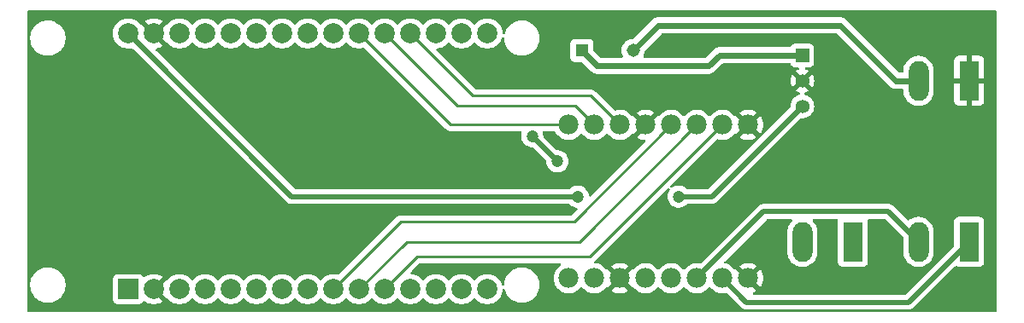
<source format=gbr>
%TF.GenerationSoftware,KiCad,Pcbnew,8.0.4*%
%TF.CreationDate,2025-01-30T16:24:52-05:00*%
%TF.ProjectId,plusle,706c7573-6c65-42e6-9b69-6361645f7063,rev?*%
%TF.SameCoordinates,Original*%
%TF.FileFunction,Copper,L1,Top*%
%TF.FilePolarity,Positive*%
%FSLAX46Y46*%
G04 Gerber Fmt 4.6, Leading zero omitted, Abs format (unit mm)*
G04 Created by KiCad (PCBNEW 8.0.4) date 2025-01-30 16:24:52*
%MOMM*%
%LPD*%
G01*
G04 APERTURE LIST*
%TA.AperFunction,ComponentPad*%
%ADD10C,2.000000*%
%TD*%
%TA.AperFunction,ComponentPad*%
%ADD11R,2.000000X2.000000*%
%TD*%
%TA.AperFunction,ComponentPad*%
%ADD12C,1.980000*%
%TD*%
%TA.AperFunction,ComponentPad*%
%ADD13C,1.358000*%
%TD*%
%TA.AperFunction,ComponentPad*%
%ADD14R,1.358000X1.358000*%
%TD*%
%TA.AperFunction,ComponentPad*%
%ADD15R,1.308000X1.308000*%
%TD*%
%TA.AperFunction,ComponentPad*%
%ADD16C,1.308000*%
%TD*%
%TA.AperFunction,ComponentPad*%
%ADD17O,1.980000X3.960000*%
%TD*%
%TA.AperFunction,ComponentPad*%
%ADD18R,1.980000X3.960000*%
%TD*%
%TA.AperFunction,ViaPad*%
%ADD19C,1.200000*%
%TD*%
%TA.AperFunction,Conductor*%
%ADD20C,0.500000*%
%TD*%
%TA.AperFunction,Conductor*%
%ADD21C,0.250000*%
%TD*%
%TA.AperFunction,Conductor*%
%ADD22C,0.600000*%
%TD*%
G04 APERTURE END LIST*
D10*
%TO.P,U1,30,VIN*%
%TO.N,+5V*%
X73485000Y-38300000D03*
%TO.P,U1,29,GND*%
%TO.N,GND*%
X76025000Y-38300000D03*
%TO.P,U1,28,D13*%
%TO.N,unconnected-(U1-D13-Pad28)*%
X78565000Y-38300000D03*
%TO.P,U1,27,D12*%
%TO.N,unconnected-(U1-D12-Pad27)*%
X81105000Y-38300000D03*
%TO.P,U1,26,D14*%
%TO.N,unconnected-(U1-D14-Pad26)*%
X83645000Y-38300000D03*
%TO.P,U1,25,D27*%
%TO.N,unconnected-(U1-D27-Pad25)*%
X86185000Y-38300000D03*
%TO.P,U1,24,D26*%
%TO.N,unconnected-(U1-D26-Pad24)*%
X88725000Y-38300000D03*
%TO.P,U1,23,D25*%
%TO.N,unconnected-(U1-D25-Pad23)*%
X91265000Y-38300000D03*
%TO.P,U1,22,D33*%
%TO.N,unconnected-(U1-D33-Pad22)*%
X93805000Y-38300000D03*
%TO.P,U1,21,D32*%
%TO.N,PWMA*%
X96345000Y-38300000D03*
%TO.P,U1,20,D35*%
%TO.N,AIn2*%
X98885000Y-38300000D03*
%TO.P,U1,19,D34*%
%TO.N,AIn1*%
X101425000Y-38300000D03*
%TO.P,U1,18,VN*%
%TO.N,unconnected-(U1-VN-Pad18)*%
X103965000Y-38300000D03*
%TO.P,U1,17,VP*%
%TO.N,unconnected-(U1-VP-Pad17)*%
X106505000Y-38300000D03*
%TO.P,U1,16,EN*%
%TO.N,+3.3V*%
X109045000Y-38300000D03*
%TO.P,U1,15,D23*%
%TO.N,unconnected-(U1-D23-Pad15)*%
X109045000Y-63700000D03*
%TO.P,U1,14,D22*%
%TO.N,unconnected-(U1-D22-Pad14)*%
X106505000Y-63700000D03*
%TO.P,U1,13,TX0*%
%TO.N,unconnected-(U1-TX0-Pad13)*%
X103965000Y-63700000D03*
%TO.P,U1,12,RX0*%
%TO.N,unconnected-(U1-RX0-Pad12)*%
X101425000Y-63700000D03*
%TO.P,U1,11,D21*%
%TO.N,PWMB*%
X98885000Y-63700000D03*
%TO.P,U1,10,D19*%
%TO.N,BIn2*%
X96345000Y-63700000D03*
%TO.P,U1,9,D18*%
%TO.N,BIn1*%
X93805000Y-63700000D03*
%TO.P,U1,8,D5*%
%TO.N,unconnected-(U1-D5-Pad8)*%
X91265000Y-63700000D03*
%TO.P,U1,7,TX2*%
%TO.N,unconnected-(U1-TX2-Pad7)*%
X88725000Y-63700000D03*
%TO.P,U1,6,RX2*%
%TO.N,unconnected-(U1-RX2-Pad6)*%
X86185000Y-63700000D03*
%TO.P,U1,5,D4*%
%TO.N,unconnected-(U1-D4-Pad5)*%
X83645000Y-63700000D03*
%TO.P,U1,4,D2*%
%TO.N,unconnected-(U1-D2-Pad4)*%
X81105000Y-63700000D03*
%TO.P,U1,3,D15*%
%TO.N,unconnected-(U1-D15-Pad3)*%
X78565000Y-63700000D03*
%TO.P,U1,2,GND*%
%TO.N,GND*%
X76025000Y-63700000D03*
D11*
%TO.P,U1,1,3V3*%
%TO.N,+3.3V*%
X73485000Y-63700000D03*
%TD*%
D12*
%TO.P,U2,16,PWMA*%
%TO.N,PWMA*%
X117110000Y-47380000D03*
%TO.P,U2,15,AI2*%
%TO.N,AIn2*%
X119650000Y-47380000D03*
%TO.P,U2,14,AI1*%
%TO.N,AIn1*%
X122190000Y-47380000D03*
%TO.P,U2,13,STBY*%
%TO.N,GND*%
X124730000Y-47380000D03*
%TO.P,U2,12,BI1*%
%TO.N,BIn1*%
X127270000Y-47380000D03*
%TO.P,U2,11,BI2*%
%TO.N,BIn2*%
X129810000Y-47380000D03*
%TO.P,U2,10,PWMB*%
%TO.N,PWMB*%
X132350000Y-47380000D03*
%TO.P,U2,9,GND*%
%TO.N,GND*%
X134890000Y-47380000D03*
%TO.P,U2,8,GND*%
X134890000Y-62620000D03*
%TO.P,U2,7,B01*%
%TO.N,Net-(J3-Pin_1)*%
X132350000Y-62620000D03*
%TO.P,U2,6,B02*%
%TO.N,Net-(J3-Pin_2)*%
X129810000Y-62620000D03*
%TO.P,U2,5,A02*%
%TO.N,Net-(J2-Pin_2)*%
X127270000Y-62620000D03*
%TO.P,U2,4,A01*%
%TO.N,Net-(J2-Pin_1)*%
X124730000Y-62620000D03*
%TO.P,U2,3,GND*%
%TO.N,GND*%
X122190000Y-62620000D03*
%TO.P,U2,2,VCC*%
%TO.N,+3.3V*%
X119650000Y-62620000D03*
%TO.P,U2,1,VM*%
%TO.N,+12V*%
X117110000Y-62620000D03*
%TD*%
D13*
%TO.P,PS1,3,+VOUT*%
%TO.N,+5V*%
X140250000Y-45540000D03*
%TO.P,PS1,2,GND*%
%TO.N,GND*%
X140250000Y-43000000D03*
D14*
%TO.P,PS1,1,+VIN*%
%TO.N,+12V*%
X140250000Y-40460000D03*
%TD*%
D15*
%TO.P,SW1,1,A*%
%TO.N,+12V*%
X118420000Y-40000000D03*
D16*
%TO.P,SW1,3,B*%
%TO.N,Net-(J1-Pin_2)*%
X123500000Y-40000000D03*
%TD*%
D17*
%TO.P,J3,2,Pin_2*%
%TO.N,Net-(J3-Pin_2)*%
X151765000Y-59000000D03*
D18*
%TO.P,J3,1,Pin_1*%
%TO.N,Net-(J3-Pin_1)*%
X156765000Y-59000000D03*
%TD*%
D17*
%TO.P,J2,2,Pin_2*%
%TO.N,Net-(J2-Pin_2)*%
X140265000Y-59000000D03*
D18*
%TO.P,J2,1,Pin_1*%
%TO.N,Net-(J2-Pin_1)*%
X145265000Y-59000000D03*
%TD*%
D17*
%TO.P,J1,2,Pin_2*%
%TO.N,Net-(J1-Pin_2)*%
X151765000Y-43000000D03*
D18*
%TO.P,J1,1,Pin_1*%
%TO.N,GND*%
X156765000Y-43000000D03*
%TD*%
D19*
%TO.N,+3.3V*%
X113500000Y-48500000D03*
X116000000Y-51000000D03*
%TO.N,+5V*%
X118000000Y-54500000D03*
X128000000Y-54500000D03*
%TD*%
D20*
%TO.N,Net-(J3-Pin_1)*%
X150765000Y-65000000D02*
X134730000Y-65000000D01*
X134730000Y-65000000D02*
X132350000Y-62620000D01*
X156765000Y-59000000D02*
X150765000Y-65000000D01*
%TO.N,Net-(J3-Pin_2)*%
X136430000Y-56000000D02*
X129810000Y-62620000D01*
X148765000Y-56000000D02*
X136430000Y-56000000D01*
X151765000Y-59000000D02*
X148765000Y-56000000D01*
%TO.N,+5V*%
X118000000Y-54500000D02*
X89685000Y-54500000D01*
X89685000Y-54500000D02*
X73485000Y-38300000D01*
%TO.N,+3.3V*%
X116000000Y-51000000D02*
X113500000Y-48500000D01*
%TO.N,+5V*%
X131290000Y-54500000D02*
X140250000Y-45540000D01*
X128000000Y-54500000D02*
X131290000Y-54500000D01*
D21*
%TO.N,BIn1*%
X117650000Y-57000000D02*
X100505000Y-57000000D01*
X100505000Y-57000000D02*
X93805000Y-63700000D01*
X127270000Y-47380000D02*
X117650000Y-57000000D01*
%TO.N,BIn2*%
X118190000Y-59000000D02*
X101045000Y-59000000D01*
X129810000Y-47380000D02*
X118190000Y-59000000D01*
X101045000Y-59000000D02*
X96345000Y-63700000D01*
%TO.N,PWMB*%
X102085000Y-60500000D02*
X98885000Y-63700000D01*
X119230000Y-60500000D02*
X102085000Y-60500000D01*
X132350000Y-47380000D02*
X119230000Y-60500000D01*
%TO.N,AIn2*%
X117770000Y-45500000D02*
X119650000Y-47380000D01*
X106085000Y-45500000D02*
X117770000Y-45500000D01*
X98885000Y-38300000D02*
X106085000Y-45500000D01*
%TO.N,AIn1*%
X119310000Y-44500000D02*
X122190000Y-47380000D01*
X107625000Y-44500000D02*
X119310000Y-44500000D01*
X101425000Y-38300000D02*
X107625000Y-44500000D01*
%TO.N,PWMA*%
X105425000Y-47380000D02*
X96345000Y-38300000D01*
X117110000Y-47380000D02*
X105425000Y-47380000D01*
D22*
%TO.N,+12V*%
X132040000Y-40460000D02*
X140250000Y-40460000D01*
X131000000Y-41500000D02*
X132040000Y-40460000D01*
X119920000Y-41500000D02*
X131000000Y-41500000D01*
X118420000Y-40000000D02*
X119920000Y-41500000D01*
%TO.N,Net-(J1-Pin_2)*%
X126000000Y-37500000D02*
X123500000Y-40000000D01*
X149500000Y-43000000D02*
X144000000Y-37500000D01*
X144000000Y-37500000D02*
X126000000Y-37500000D01*
X151765000Y-43000000D02*
X149500000Y-43000000D01*
%TD*%
%TA.AperFunction,Conductor*%
%TO.N,GND*%
G36*
X77248434Y-39169882D02*
G01*
X77259861Y-39168697D01*
X77328573Y-39181360D01*
X77373092Y-39221194D01*
X77373683Y-39220735D01*
X77376218Y-39223992D01*
X77376456Y-39224205D01*
X77376831Y-39224780D01*
X77376836Y-39224785D01*
X77545256Y-39407738D01*
X77741491Y-39560474D01*
X77741493Y-39560475D01*
X77959332Y-39678364D01*
X77960190Y-39678828D01*
X78195386Y-39759571D01*
X78440665Y-39800500D01*
X78689335Y-39800500D01*
X78934614Y-39759571D01*
X79169810Y-39678828D01*
X79388509Y-39560474D01*
X79584744Y-39407738D01*
X79743771Y-39234988D01*
X79803657Y-39198999D01*
X79873495Y-39201099D01*
X79926228Y-39234988D01*
X80085256Y-39407738D01*
X80281491Y-39560474D01*
X80281493Y-39560475D01*
X80499332Y-39678364D01*
X80500190Y-39678828D01*
X80735386Y-39759571D01*
X80980665Y-39800500D01*
X81229335Y-39800500D01*
X81474614Y-39759571D01*
X81709810Y-39678828D01*
X81928509Y-39560474D01*
X82124744Y-39407738D01*
X82283771Y-39234988D01*
X82343657Y-39198999D01*
X82413495Y-39201099D01*
X82466228Y-39234988D01*
X82625256Y-39407738D01*
X82821491Y-39560474D01*
X82821493Y-39560475D01*
X83039332Y-39678364D01*
X83040190Y-39678828D01*
X83275386Y-39759571D01*
X83520665Y-39800500D01*
X83769335Y-39800500D01*
X84014614Y-39759571D01*
X84249810Y-39678828D01*
X84468509Y-39560474D01*
X84664744Y-39407738D01*
X84823771Y-39234988D01*
X84883657Y-39198999D01*
X84953495Y-39201099D01*
X85006228Y-39234988D01*
X85165256Y-39407738D01*
X85361491Y-39560474D01*
X85361493Y-39560475D01*
X85579332Y-39678364D01*
X85580190Y-39678828D01*
X85815386Y-39759571D01*
X86060665Y-39800500D01*
X86309335Y-39800500D01*
X86554614Y-39759571D01*
X86789810Y-39678828D01*
X87008509Y-39560474D01*
X87204744Y-39407738D01*
X87363771Y-39234988D01*
X87423657Y-39198999D01*
X87493495Y-39201099D01*
X87546228Y-39234988D01*
X87705256Y-39407738D01*
X87901491Y-39560474D01*
X87901493Y-39560475D01*
X88119332Y-39678364D01*
X88120190Y-39678828D01*
X88355386Y-39759571D01*
X88600665Y-39800500D01*
X88849335Y-39800500D01*
X89094614Y-39759571D01*
X89329810Y-39678828D01*
X89548509Y-39560474D01*
X89744744Y-39407738D01*
X89903771Y-39234988D01*
X89963657Y-39198999D01*
X90033495Y-39201099D01*
X90086228Y-39234988D01*
X90245256Y-39407738D01*
X90441491Y-39560474D01*
X90441493Y-39560475D01*
X90659332Y-39678364D01*
X90660190Y-39678828D01*
X90895386Y-39759571D01*
X91140665Y-39800500D01*
X91389335Y-39800500D01*
X91634614Y-39759571D01*
X91869810Y-39678828D01*
X92088509Y-39560474D01*
X92284744Y-39407738D01*
X92443771Y-39234988D01*
X92503657Y-39198999D01*
X92573495Y-39201099D01*
X92626228Y-39234988D01*
X92785256Y-39407738D01*
X92981491Y-39560474D01*
X92981493Y-39560475D01*
X93199332Y-39678364D01*
X93200190Y-39678828D01*
X93435386Y-39759571D01*
X93680665Y-39800500D01*
X93929335Y-39800500D01*
X94174614Y-39759571D01*
X94409810Y-39678828D01*
X94628509Y-39560474D01*
X94824744Y-39407738D01*
X94983771Y-39234988D01*
X95043657Y-39198999D01*
X95113495Y-39201099D01*
X95166228Y-39234988D01*
X95325256Y-39407738D01*
X95521491Y-39560474D01*
X95521493Y-39560475D01*
X95739332Y-39678364D01*
X95740190Y-39678828D01*
X95975386Y-39759571D01*
X96220665Y-39800500D01*
X96469335Y-39800500D01*
X96714614Y-39759571D01*
X96794287Y-39732218D01*
X96864082Y-39729068D01*
X96922229Y-39761819D01*
X104936016Y-47775606D01*
X104936045Y-47775637D01*
X105026264Y-47865856D01*
X105026267Y-47865858D01*
X105077490Y-47900084D01*
X105128714Y-47934312D01*
X105209207Y-47967652D01*
X105242548Y-47981463D01*
X105302971Y-47993481D01*
X105363393Y-48005500D01*
X105363394Y-48005500D01*
X112332316Y-48005500D01*
X112399355Y-48025185D01*
X112445110Y-48077989D01*
X112455054Y-48147147D01*
X112451582Y-48163434D01*
X112413603Y-48296915D01*
X112413602Y-48296917D01*
X112394785Y-48499999D01*
X112394785Y-48500000D01*
X112413602Y-48703082D01*
X112469417Y-48899247D01*
X112469422Y-48899260D01*
X112560327Y-49081821D01*
X112683237Y-49244581D01*
X112833958Y-49381980D01*
X112833960Y-49381982D01*
X112933141Y-49443392D01*
X113007363Y-49489348D01*
X113197544Y-49563024D01*
X113398024Y-49600500D01*
X113487770Y-49600500D01*
X113554809Y-49620185D01*
X113575451Y-49636819D01*
X114858647Y-50920015D01*
X114892132Y-50981338D01*
X114894437Y-50996254D01*
X114913603Y-51203082D01*
X114969417Y-51399247D01*
X114969422Y-51399260D01*
X115060327Y-51581821D01*
X115183237Y-51744581D01*
X115333958Y-51881980D01*
X115333960Y-51881982D01*
X115433141Y-51943392D01*
X115507363Y-51989348D01*
X115697544Y-52063024D01*
X115898024Y-52100500D01*
X115898026Y-52100500D01*
X116101974Y-52100500D01*
X116101976Y-52100500D01*
X116302456Y-52063024D01*
X116492637Y-51989348D01*
X116666041Y-51881981D01*
X116816764Y-51744579D01*
X116939673Y-51581821D01*
X117030582Y-51399250D01*
X117086397Y-51203083D01*
X117105215Y-51000000D01*
X117097803Y-50920015D01*
X117086397Y-50796917D01*
X117030582Y-50600750D01*
X116939673Y-50418179D01*
X116816764Y-50255421D01*
X116816762Y-50255418D01*
X116666041Y-50118019D01*
X116666039Y-50118017D01*
X116492642Y-50010655D01*
X116492635Y-50010651D01*
X116397546Y-49973814D01*
X116302456Y-49936976D01*
X116101976Y-49899500D01*
X116101974Y-49899500D01*
X116012230Y-49899500D01*
X115945191Y-49879815D01*
X115924549Y-49863181D01*
X114641351Y-48579983D01*
X114607866Y-48518660D01*
X114605561Y-48503743D01*
X114605214Y-48500004D01*
X114605215Y-48500000D01*
X114586397Y-48296917D01*
X114570222Y-48240068D01*
X114548418Y-48163434D01*
X114549005Y-48093567D01*
X114587271Y-48035108D01*
X114651069Y-48006618D01*
X114667684Y-48005500D01*
X115675770Y-48005500D01*
X115742809Y-48025185D01*
X115788564Y-48077989D01*
X115789325Y-48079689D01*
X115794648Y-48091824D01*
X115794650Y-48091828D01*
X115794652Y-48091831D01*
X115830792Y-48147147D01*
X115928641Y-48296917D01*
X115929755Y-48298621D01*
X116097052Y-48480355D01*
X116097055Y-48480357D01*
X116097058Y-48480360D01*
X116291971Y-48632067D01*
X116291977Y-48632071D01*
X116291980Y-48632073D01*
X116423193Y-48703082D01*
X116508376Y-48749181D01*
X116509221Y-48749638D01*
X116595373Y-48779214D01*
X116742846Y-48829842D01*
X116742848Y-48829842D01*
X116742850Y-48829843D01*
X116986494Y-48870500D01*
X116986495Y-48870500D01*
X117233505Y-48870500D01*
X117233506Y-48870500D01*
X117477150Y-48829843D01*
X117710779Y-48749638D01*
X117928020Y-48632073D01*
X117928559Y-48631654D01*
X118046151Y-48540128D01*
X118122948Y-48480355D01*
X118288772Y-48300220D01*
X118348657Y-48264232D01*
X118418495Y-48266332D01*
X118471227Y-48300220D01*
X118637052Y-48480355D01*
X118637055Y-48480357D01*
X118637058Y-48480360D01*
X118831971Y-48632067D01*
X118831977Y-48632071D01*
X118831980Y-48632073D01*
X118963193Y-48703082D01*
X119048376Y-48749181D01*
X119049221Y-48749638D01*
X119135373Y-48779214D01*
X119282846Y-48829842D01*
X119282848Y-48829842D01*
X119282850Y-48829843D01*
X119526494Y-48870500D01*
X119526495Y-48870500D01*
X119773505Y-48870500D01*
X119773506Y-48870500D01*
X120017150Y-48829843D01*
X120250779Y-48749638D01*
X120468020Y-48632073D01*
X120468559Y-48631654D01*
X120586151Y-48540128D01*
X120662948Y-48480355D01*
X120828772Y-48300220D01*
X120888657Y-48264232D01*
X120958495Y-48266332D01*
X121011227Y-48300220D01*
X121177052Y-48480355D01*
X121177055Y-48480357D01*
X121177058Y-48480360D01*
X121371971Y-48632067D01*
X121371977Y-48632071D01*
X121371980Y-48632073D01*
X121503193Y-48703082D01*
X121588376Y-48749181D01*
X121589221Y-48749638D01*
X121675373Y-48779214D01*
X121822846Y-48829842D01*
X121822848Y-48829842D01*
X121822850Y-48829843D01*
X122066494Y-48870500D01*
X122066495Y-48870500D01*
X122313505Y-48870500D01*
X122313506Y-48870500D01*
X122557150Y-48829843D01*
X122790779Y-48749638D01*
X123008020Y-48632073D01*
X123008559Y-48631654D01*
X123126151Y-48540128D01*
X123202948Y-48480355D01*
X123370245Y-48298621D01*
X123372223Y-48295592D01*
X123373352Y-48294628D01*
X123373397Y-48294572D01*
X123373408Y-48294581D01*
X123425365Y-48250232D01*
X123488830Y-48240068D01*
X123513790Y-48242656D01*
X124121304Y-47635141D01*
X124145116Y-47692627D01*
X124217345Y-47800725D01*
X124309275Y-47892655D01*
X124417373Y-47964884D01*
X124474857Y-47988694D01*
X123867068Y-48596483D01*
X123912256Y-48631653D01*
X124129421Y-48749178D01*
X124129429Y-48749181D01*
X124362970Y-48829356D01*
X124606527Y-48869998D01*
X124606676Y-48870011D01*
X124606733Y-48870033D01*
X124611593Y-48870844D01*
X124611426Y-48871843D01*
X124671865Y-48895154D01*
X124713112Y-48951549D01*
X124717322Y-49021292D01*
X124684137Y-49081270D01*
X119305580Y-54459828D01*
X119244257Y-54493313D01*
X119174565Y-54488329D01*
X119118632Y-54446457D01*
X119094428Y-54383588D01*
X119086397Y-54296917D01*
X119030582Y-54100750D01*
X118939673Y-53918179D01*
X118816764Y-53755421D01*
X118816762Y-53755418D01*
X118666041Y-53618019D01*
X118666039Y-53618017D01*
X118492642Y-53510655D01*
X118492635Y-53510651D01*
X118397546Y-53473814D01*
X118302456Y-53436976D01*
X118101976Y-53399500D01*
X117898024Y-53399500D01*
X117697544Y-53436976D01*
X117697541Y-53436976D01*
X117697541Y-53436977D01*
X117507364Y-53510651D01*
X117507357Y-53510655D01*
X117333960Y-53618017D01*
X117333958Y-53618019D01*
X117225231Y-53717137D01*
X117162427Y-53747754D01*
X117141693Y-53749500D01*
X90047230Y-53749500D01*
X89980191Y-53729815D01*
X89959549Y-53713181D01*
X76231426Y-39985058D01*
X76197941Y-39923735D01*
X76202925Y-39854043D01*
X76244797Y-39798110D01*
X76298699Y-39775068D01*
X76394491Y-39759084D01*
X76629603Y-39678369D01*
X76629614Y-39678364D01*
X76848228Y-39560057D01*
X76848231Y-39560055D01*
X76895056Y-39523609D01*
X76162575Y-38791128D01*
X76221853Y-38775245D01*
X76338147Y-38708102D01*
X76433102Y-38613147D01*
X76500245Y-38496853D01*
X76516128Y-38437575D01*
X77248434Y-39169882D01*
G37*
%TD.AperFunction*%
%TA.AperFunction,Conductor*%
G36*
X159442539Y-36020185D02*
G01*
X159488294Y-36072989D01*
X159499500Y-36124500D01*
X159499500Y-65875500D01*
X159479815Y-65942539D01*
X159427011Y-65988294D01*
X159375500Y-65999500D01*
X63624500Y-65999500D01*
X63557461Y-65979815D01*
X63511706Y-65927011D01*
X63500500Y-65875500D01*
X63500500Y-63165258D01*
X63774500Y-63165258D01*
X63774500Y-63394741D01*
X63793045Y-63535594D01*
X63804452Y-63622238D01*
X63843279Y-63767143D01*
X63863842Y-63843887D01*
X63951650Y-64055876D01*
X63951656Y-64055888D01*
X64052072Y-64229815D01*
X64066392Y-64254617D01*
X64206081Y-64436661D01*
X64206089Y-64436670D01*
X64368330Y-64598911D01*
X64368338Y-64598918D01*
X64368339Y-64598919D01*
X64402044Y-64624782D01*
X64550382Y-64738607D01*
X64550385Y-64738608D01*
X64550388Y-64738611D01*
X64749112Y-64853344D01*
X64749117Y-64853346D01*
X64749123Y-64853349D01*
X64787727Y-64869339D01*
X64961113Y-64941158D01*
X65182762Y-65000548D01*
X65410266Y-65030500D01*
X65410273Y-65030500D01*
X65639727Y-65030500D01*
X65639734Y-65030500D01*
X65867238Y-65000548D01*
X66088887Y-64941158D01*
X66300888Y-64853344D01*
X66499612Y-64738611D01*
X66681661Y-64598919D01*
X66681665Y-64598914D01*
X66681670Y-64598911D01*
X66843911Y-64436670D01*
X66843914Y-64436665D01*
X66843919Y-64436661D01*
X66983611Y-64254612D01*
X67098344Y-64055888D01*
X67186158Y-63843887D01*
X67245548Y-63622238D01*
X67275500Y-63394734D01*
X67275500Y-63165266D01*
X67245548Y-62937762D01*
X67186158Y-62716113D01*
X67109265Y-62530477D01*
X67098349Y-62504123D01*
X67098346Y-62504117D01*
X67098344Y-62504112D01*
X66983611Y-62305388D01*
X66983608Y-62305385D01*
X66983607Y-62305382D01*
X66843918Y-62123338D01*
X66843911Y-62123330D01*
X66681670Y-61961089D01*
X66681661Y-61961081D01*
X66499617Y-61821392D01*
X66300890Y-61706657D01*
X66300876Y-61706650D01*
X66088887Y-61618842D01*
X65867238Y-61559452D01*
X65829215Y-61554446D01*
X65639741Y-61529500D01*
X65639734Y-61529500D01*
X65410266Y-61529500D01*
X65410258Y-61529500D01*
X65193715Y-61558009D01*
X65182762Y-61559452D01*
X65089076Y-61584554D01*
X64961112Y-61618842D01*
X64749123Y-61706650D01*
X64749109Y-61706657D01*
X64550382Y-61821392D01*
X64368338Y-61961081D01*
X64206081Y-62123338D01*
X64066392Y-62305382D01*
X63951657Y-62504109D01*
X63951650Y-62504123D01*
X63863842Y-62716112D01*
X63804453Y-62937759D01*
X63804451Y-62937770D01*
X63774500Y-63165258D01*
X63500500Y-63165258D01*
X63500500Y-38655258D01*
X63774500Y-38655258D01*
X63774500Y-38884741D01*
X63799446Y-39074215D01*
X63804452Y-39112238D01*
X63854257Y-39298116D01*
X63863842Y-39333887D01*
X63951650Y-39545876D01*
X63951657Y-39545890D01*
X64066392Y-39744617D01*
X64206081Y-39926661D01*
X64206089Y-39926670D01*
X64368330Y-40088911D01*
X64368338Y-40088918D01*
X64550382Y-40228607D01*
X64550385Y-40228608D01*
X64550388Y-40228611D01*
X64749112Y-40343344D01*
X64749117Y-40343346D01*
X64749123Y-40343349D01*
X64840480Y-40381190D01*
X64961113Y-40431158D01*
X65182762Y-40490548D01*
X65410266Y-40520500D01*
X65410273Y-40520500D01*
X65639727Y-40520500D01*
X65639734Y-40520500D01*
X65867238Y-40490548D01*
X66088887Y-40431158D01*
X66300888Y-40343344D01*
X66499612Y-40228611D01*
X66681661Y-40088919D01*
X66681665Y-40088914D01*
X66681670Y-40088911D01*
X66843911Y-39926670D01*
X66843914Y-39926665D01*
X66843919Y-39926661D01*
X66983611Y-39744612D01*
X67098344Y-39545888D01*
X67186158Y-39333887D01*
X67245548Y-39112238D01*
X67275500Y-38884734D01*
X67275500Y-38655266D01*
X67275274Y-38653553D01*
X67269955Y-38613147D01*
X67245548Y-38427762D01*
X67211313Y-38299994D01*
X71979357Y-38299994D01*
X71979357Y-38300005D01*
X71999890Y-38547812D01*
X71999892Y-38547824D01*
X72060936Y-38788881D01*
X72160826Y-39016606D01*
X72296833Y-39224782D01*
X72296836Y-39224785D01*
X72465256Y-39407738D01*
X72661491Y-39560474D01*
X72661493Y-39560475D01*
X72879332Y-39678364D01*
X72880190Y-39678828D01*
X73115386Y-39759571D01*
X73360665Y-39800500D01*
X73609335Y-39800500D01*
X73761744Y-39775068D01*
X73816158Y-39765988D01*
X73885523Y-39774370D01*
X73924248Y-39800616D01*
X89206586Y-55082954D01*
X89234639Y-55101697D01*
X89276723Y-55129816D01*
X89329505Y-55165084D01*
X89329507Y-55165085D01*
X89329511Y-55165087D01*
X89386079Y-55188518D01*
X89386080Y-55188518D01*
X89466088Y-55221659D01*
X89581316Y-55244579D01*
X89601160Y-55248526D01*
X89611081Y-55250500D01*
X89611082Y-55250500D01*
X89611083Y-55250500D01*
X89758918Y-55250500D01*
X117141693Y-55250500D01*
X117208732Y-55270185D01*
X117225231Y-55282863D01*
X117333958Y-55381980D01*
X117333960Y-55381982D01*
X117433141Y-55443392D01*
X117507363Y-55489348D01*
X117697544Y-55563024D01*
X117891638Y-55599306D01*
X117953917Y-55630973D01*
X117989190Y-55691285D01*
X117986256Y-55761093D01*
X117956532Y-55808875D01*
X117427229Y-56338181D01*
X117365906Y-56371666D01*
X117339548Y-56374500D01*
X100443389Y-56374500D01*
X100382971Y-56386518D01*
X100322548Y-56398537D01*
X100322543Y-56398538D01*
X100288546Y-56412620D01*
X100275397Y-56418067D01*
X100253169Y-56427274D01*
X100208713Y-56445688D01*
X100198557Y-56452475D01*
X100198449Y-56452547D01*
X100106268Y-56514140D01*
X100064208Y-56556201D01*
X100019142Y-56601267D01*
X100019139Y-56601270D01*
X94382229Y-62238179D01*
X94320906Y-62271664D01*
X94254286Y-62267780D01*
X94174613Y-62240428D01*
X93929335Y-62199500D01*
X93680665Y-62199500D01*
X93435383Y-62240429D01*
X93200197Y-62321169D01*
X93200188Y-62321172D01*
X92981493Y-62439524D01*
X92785257Y-62592261D01*
X92626230Y-62765010D01*
X92566342Y-62801001D01*
X92496504Y-62798900D01*
X92443770Y-62765010D01*
X92370119Y-62685004D01*
X92284744Y-62592262D01*
X92088509Y-62439526D01*
X92088507Y-62439525D01*
X92088506Y-62439524D01*
X91869811Y-62321172D01*
X91869802Y-62321169D01*
X91634616Y-62240429D01*
X91389335Y-62199500D01*
X91140665Y-62199500D01*
X90895383Y-62240429D01*
X90660197Y-62321169D01*
X90660188Y-62321172D01*
X90441493Y-62439524D01*
X90245257Y-62592261D01*
X90086230Y-62765010D01*
X90026342Y-62801001D01*
X89956504Y-62798900D01*
X89903770Y-62765010D01*
X89830119Y-62685004D01*
X89744744Y-62592262D01*
X89548509Y-62439526D01*
X89548507Y-62439525D01*
X89548506Y-62439524D01*
X89329811Y-62321172D01*
X89329802Y-62321169D01*
X89094616Y-62240429D01*
X88849335Y-62199500D01*
X88600665Y-62199500D01*
X88355383Y-62240429D01*
X88120197Y-62321169D01*
X88120188Y-62321172D01*
X87901493Y-62439524D01*
X87705257Y-62592261D01*
X87546230Y-62765010D01*
X87486342Y-62801001D01*
X87416504Y-62798900D01*
X87363770Y-62765010D01*
X87290119Y-62685004D01*
X87204744Y-62592262D01*
X87008509Y-62439526D01*
X87008507Y-62439525D01*
X87008506Y-62439524D01*
X86789811Y-62321172D01*
X86789802Y-62321169D01*
X86554616Y-62240429D01*
X86309335Y-62199500D01*
X86060665Y-62199500D01*
X85815383Y-62240429D01*
X85580197Y-62321169D01*
X85580188Y-62321172D01*
X85361493Y-62439524D01*
X85165257Y-62592261D01*
X85006230Y-62765010D01*
X84946342Y-62801001D01*
X84876504Y-62798900D01*
X84823770Y-62765010D01*
X84750119Y-62685004D01*
X84664744Y-62592262D01*
X84468509Y-62439526D01*
X84468507Y-62439525D01*
X84468506Y-62439524D01*
X84249811Y-62321172D01*
X84249802Y-62321169D01*
X84014616Y-62240429D01*
X83769335Y-62199500D01*
X83520665Y-62199500D01*
X83275383Y-62240429D01*
X83040197Y-62321169D01*
X83040188Y-62321172D01*
X82821493Y-62439524D01*
X82625257Y-62592261D01*
X82466230Y-62765010D01*
X82406342Y-62801001D01*
X82336504Y-62798900D01*
X82283770Y-62765010D01*
X82210119Y-62685004D01*
X82124744Y-62592262D01*
X81928509Y-62439526D01*
X81928507Y-62439525D01*
X81928506Y-62439524D01*
X81709811Y-62321172D01*
X81709802Y-62321169D01*
X81474616Y-62240429D01*
X81229335Y-62199500D01*
X80980665Y-62199500D01*
X80735383Y-62240429D01*
X80500197Y-62321169D01*
X80500188Y-62321172D01*
X80281493Y-62439524D01*
X80085257Y-62592261D01*
X79926230Y-62765010D01*
X79866342Y-62801001D01*
X79796504Y-62798900D01*
X79743770Y-62765010D01*
X79670119Y-62685004D01*
X79584744Y-62592262D01*
X79388509Y-62439526D01*
X79388507Y-62439525D01*
X79388506Y-62439524D01*
X79169811Y-62321172D01*
X79169802Y-62321169D01*
X78934616Y-62240429D01*
X78689335Y-62199500D01*
X78440665Y-62199500D01*
X78195383Y-62240429D01*
X77960197Y-62321169D01*
X77960188Y-62321172D01*
X77741493Y-62439524D01*
X77545257Y-62592261D01*
X77376837Y-62775213D01*
X77376829Y-62775224D01*
X77376455Y-62775797D01*
X77376242Y-62775978D01*
X77373690Y-62779258D01*
X77373014Y-62778732D01*
X77323304Y-62821147D01*
X77259865Y-62831302D01*
X77248434Y-62830116D01*
X76516127Y-63562423D01*
X76500245Y-63503147D01*
X76433102Y-63386853D01*
X76338147Y-63291898D01*
X76221853Y-63224755D01*
X76162574Y-63208871D01*
X76895057Y-62476389D01*
X76848229Y-62439943D01*
X76629614Y-62321635D01*
X76629603Y-62321630D01*
X76394493Y-62240916D01*
X76149293Y-62200000D01*
X75900707Y-62200000D01*
X75655506Y-62240916D01*
X75420396Y-62321630D01*
X75420385Y-62321635D01*
X75201771Y-62439942D01*
X75201769Y-62439943D01*
X75118397Y-62504835D01*
X75053403Y-62530477D01*
X74984863Y-62516910D01*
X74934538Y-62468442D01*
X74933120Y-62465413D01*
X74933047Y-62465454D01*
X74928793Y-62457664D01*
X74842547Y-62342455D01*
X74842544Y-62342452D01*
X74727335Y-62256206D01*
X74727328Y-62256202D01*
X74592482Y-62205908D01*
X74592483Y-62205908D01*
X74532883Y-62199501D01*
X74532881Y-62199500D01*
X74532873Y-62199500D01*
X74532864Y-62199500D01*
X72437129Y-62199500D01*
X72437123Y-62199501D01*
X72377516Y-62205908D01*
X72242671Y-62256202D01*
X72242664Y-62256206D01*
X72127455Y-62342452D01*
X72127452Y-62342455D01*
X72041206Y-62457664D01*
X72041202Y-62457671D01*
X71990908Y-62592517D01*
X71984501Y-62652116D01*
X71984500Y-62652135D01*
X71984500Y-64747870D01*
X71984501Y-64747876D01*
X71990908Y-64807483D01*
X72041202Y-64942328D01*
X72041206Y-64942335D01*
X72127452Y-65057544D01*
X72127455Y-65057547D01*
X72242664Y-65143793D01*
X72242671Y-65143797D01*
X72377517Y-65194091D01*
X72377516Y-65194091D01*
X72384444Y-65194835D01*
X72437127Y-65200500D01*
X74532872Y-65200499D01*
X74592483Y-65194091D01*
X74727331Y-65143796D01*
X74842546Y-65057546D01*
X74928796Y-64942331D01*
X74928797Y-64942326D01*
X74933047Y-64934546D01*
X74936135Y-64936232D01*
X74967873Y-64893790D01*
X75033324Y-64869339D01*
X75101605Y-64884155D01*
X75118398Y-64895165D01*
X75201768Y-64960055D01*
X75201771Y-64960057D01*
X75420385Y-65078364D01*
X75420396Y-65078369D01*
X75655506Y-65159083D01*
X75900707Y-65200000D01*
X76149293Y-65200000D01*
X76394493Y-65159083D01*
X76629603Y-65078369D01*
X76629614Y-65078364D01*
X76848228Y-64960057D01*
X76848231Y-64960055D01*
X76895056Y-64923609D01*
X76162575Y-64191128D01*
X76221853Y-64175245D01*
X76338147Y-64108102D01*
X76433102Y-64013147D01*
X76500245Y-63896853D01*
X76516128Y-63837575D01*
X77248434Y-64569882D01*
X77259861Y-64568697D01*
X77328573Y-64581360D01*
X77373092Y-64621194D01*
X77373683Y-64620735D01*
X77376218Y-64623992D01*
X77376456Y-64624205D01*
X77376831Y-64624780D01*
X77376836Y-64624785D01*
X77545256Y-64807738D01*
X77741491Y-64960474D01*
X77741493Y-64960475D01*
X77959332Y-65078364D01*
X77960190Y-65078828D01*
X78149426Y-65143793D01*
X78193964Y-65159083D01*
X78195386Y-65159571D01*
X78440665Y-65200500D01*
X78689335Y-65200500D01*
X78934614Y-65159571D01*
X79169810Y-65078828D01*
X79388509Y-64960474D01*
X79584744Y-64807738D01*
X79743771Y-64634988D01*
X79803657Y-64598999D01*
X79873495Y-64601099D01*
X79926228Y-64634988D01*
X80085256Y-64807738D01*
X80281491Y-64960474D01*
X80281493Y-64960475D01*
X80499332Y-65078364D01*
X80500190Y-65078828D01*
X80689426Y-65143793D01*
X80733964Y-65159083D01*
X80735386Y-65159571D01*
X80980665Y-65200500D01*
X81229335Y-65200500D01*
X81474614Y-65159571D01*
X81709810Y-65078828D01*
X81928509Y-64960474D01*
X82124744Y-64807738D01*
X82283771Y-64634988D01*
X82343657Y-64598999D01*
X82413495Y-64601099D01*
X82466228Y-64634988D01*
X82625256Y-64807738D01*
X82821491Y-64960474D01*
X82821493Y-64960475D01*
X83039332Y-65078364D01*
X83040190Y-65078828D01*
X83229426Y-65143793D01*
X83273964Y-65159083D01*
X83275386Y-65159571D01*
X83520665Y-65200500D01*
X83769335Y-65200500D01*
X84014614Y-65159571D01*
X84249810Y-65078828D01*
X84468509Y-64960474D01*
X84664744Y-64807738D01*
X84823771Y-64634988D01*
X84883657Y-64598999D01*
X84953495Y-64601099D01*
X85006228Y-64634988D01*
X85165256Y-64807738D01*
X85361491Y-64960474D01*
X85361493Y-64960475D01*
X85579332Y-65078364D01*
X85580190Y-65078828D01*
X85769426Y-65143793D01*
X85813964Y-65159083D01*
X85815386Y-65159571D01*
X86060665Y-65200500D01*
X86309335Y-65200500D01*
X86554614Y-65159571D01*
X86789810Y-65078828D01*
X87008509Y-64960474D01*
X87204744Y-64807738D01*
X87363771Y-64634988D01*
X87423657Y-64598999D01*
X87493495Y-64601099D01*
X87546228Y-64634988D01*
X87705256Y-64807738D01*
X87901491Y-64960474D01*
X87901493Y-64960475D01*
X88119332Y-65078364D01*
X88120190Y-65078828D01*
X88309426Y-65143793D01*
X88353964Y-65159083D01*
X88355386Y-65159571D01*
X88600665Y-65200500D01*
X88849335Y-65200500D01*
X89094614Y-65159571D01*
X89329810Y-65078828D01*
X89548509Y-64960474D01*
X89744744Y-64807738D01*
X89903771Y-64634988D01*
X89963657Y-64598999D01*
X90033495Y-64601099D01*
X90086228Y-64634988D01*
X90245256Y-64807738D01*
X90441491Y-64960474D01*
X90441493Y-64960475D01*
X90659332Y-65078364D01*
X90660190Y-65078828D01*
X90849426Y-65143793D01*
X90893964Y-65159083D01*
X90895386Y-65159571D01*
X91140665Y-65200500D01*
X91389335Y-65200500D01*
X91634614Y-65159571D01*
X91869810Y-65078828D01*
X92088509Y-64960474D01*
X92284744Y-64807738D01*
X92443771Y-64634988D01*
X92503657Y-64598999D01*
X92573495Y-64601099D01*
X92626228Y-64634988D01*
X92785256Y-64807738D01*
X92981491Y-64960474D01*
X92981493Y-64960475D01*
X93199332Y-65078364D01*
X93200190Y-65078828D01*
X93389426Y-65143793D01*
X93433964Y-65159083D01*
X93435386Y-65159571D01*
X93680665Y-65200500D01*
X93929335Y-65200500D01*
X94174614Y-65159571D01*
X94409810Y-65078828D01*
X94628509Y-64960474D01*
X94824744Y-64807738D01*
X94983771Y-64634988D01*
X95043657Y-64598999D01*
X95113495Y-64601099D01*
X95166228Y-64634988D01*
X95325256Y-64807738D01*
X95521491Y-64960474D01*
X95521493Y-64960475D01*
X95739332Y-65078364D01*
X95740190Y-65078828D01*
X95929426Y-65143793D01*
X95973964Y-65159083D01*
X95975386Y-65159571D01*
X96220665Y-65200500D01*
X96469335Y-65200500D01*
X96714614Y-65159571D01*
X96949810Y-65078828D01*
X97168509Y-64960474D01*
X97364744Y-64807738D01*
X97523771Y-64634988D01*
X97583657Y-64598999D01*
X97653495Y-64601099D01*
X97706228Y-64634988D01*
X97865256Y-64807738D01*
X98061491Y-64960474D01*
X98061493Y-64960475D01*
X98279332Y-65078364D01*
X98280190Y-65078828D01*
X98469426Y-65143793D01*
X98513964Y-65159083D01*
X98515386Y-65159571D01*
X98760665Y-65200500D01*
X99009335Y-65200500D01*
X99254614Y-65159571D01*
X99489810Y-65078828D01*
X99708509Y-64960474D01*
X99904744Y-64807738D01*
X100063771Y-64634988D01*
X100123657Y-64598999D01*
X100193495Y-64601099D01*
X100246228Y-64634988D01*
X100405256Y-64807738D01*
X100601491Y-64960474D01*
X100601493Y-64960475D01*
X100819332Y-65078364D01*
X100820190Y-65078828D01*
X101009426Y-65143793D01*
X101053964Y-65159083D01*
X101055386Y-65159571D01*
X101300665Y-65200500D01*
X101549335Y-65200500D01*
X101794614Y-65159571D01*
X102029810Y-65078828D01*
X102248509Y-64960474D01*
X102444744Y-64807738D01*
X102603771Y-64634988D01*
X102663657Y-64598999D01*
X102733495Y-64601099D01*
X102786228Y-64634988D01*
X102945256Y-64807738D01*
X103141491Y-64960474D01*
X103141493Y-64960475D01*
X103359332Y-65078364D01*
X103360190Y-65078828D01*
X103549426Y-65143793D01*
X103593964Y-65159083D01*
X103595386Y-65159571D01*
X103840665Y-65200500D01*
X104089335Y-65200500D01*
X104334614Y-65159571D01*
X104569810Y-65078828D01*
X104788509Y-64960474D01*
X104984744Y-64807738D01*
X105143771Y-64634988D01*
X105203657Y-64598999D01*
X105273495Y-64601099D01*
X105326228Y-64634988D01*
X105485256Y-64807738D01*
X105681491Y-64960474D01*
X105681493Y-64960475D01*
X105899332Y-65078364D01*
X105900190Y-65078828D01*
X106089426Y-65143793D01*
X106133964Y-65159083D01*
X106135386Y-65159571D01*
X106380665Y-65200500D01*
X106629335Y-65200500D01*
X106874614Y-65159571D01*
X107109810Y-65078828D01*
X107328509Y-64960474D01*
X107524744Y-64807738D01*
X107683771Y-64634988D01*
X107743657Y-64598999D01*
X107813495Y-64601099D01*
X107866228Y-64634988D01*
X108025256Y-64807738D01*
X108221491Y-64960474D01*
X108221493Y-64960475D01*
X108439332Y-65078364D01*
X108440190Y-65078828D01*
X108629426Y-65143793D01*
X108673964Y-65159083D01*
X108675386Y-65159571D01*
X108920665Y-65200500D01*
X109169335Y-65200500D01*
X109414614Y-65159571D01*
X109649810Y-65078828D01*
X109868509Y-64960474D01*
X110064744Y-64807738D01*
X110233164Y-64624785D01*
X110369173Y-64416607D01*
X110469063Y-64188881D01*
X110530108Y-63947821D01*
X110530109Y-63947812D01*
X110544842Y-63770013D01*
X110569995Y-63704828D01*
X110626397Y-63663590D01*
X110696140Y-63659392D01*
X110757082Y-63693566D01*
X110788191Y-63748157D01*
X110793279Y-63767143D01*
X110813842Y-63843887D01*
X110901650Y-64055876D01*
X110901656Y-64055888D01*
X111002072Y-64229815D01*
X111016392Y-64254617D01*
X111156081Y-64436661D01*
X111156089Y-64436670D01*
X111318330Y-64598911D01*
X111318338Y-64598918D01*
X111318339Y-64598919D01*
X111352044Y-64624782D01*
X111500382Y-64738607D01*
X111500385Y-64738608D01*
X111500388Y-64738611D01*
X111699112Y-64853344D01*
X111699117Y-64853346D01*
X111699123Y-64853349D01*
X111737727Y-64869339D01*
X111911113Y-64941158D01*
X112132762Y-65000548D01*
X112360266Y-65030500D01*
X112360273Y-65030500D01*
X112589727Y-65030500D01*
X112589734Y-65030500D01*
X112817238Y-65000548D01*
X113038887Y-64941158D01*
X113250888Y-64853344D01*
X113449612Y-64738611D01*
X113631661Y-64598919D01*
X113631665Y-64598914D01*
X113631670Y-64598911D01*
X113793911Y-64436670D01*
X113793914Y-64436665D01*
X113793919Y-64436661D01*
X113933611Y-64254612D01*
X114048344Y-64055888D01*
X114136158Y-63843887D01*
X114195548Y-63622238D01*
X114225500Y-63394734D01*
X114225500Y-63165266D01*
X114195548Y-62937762D01*
X114136158Y-62716113D01*
X114059265Y-62530477D01*
X114048349Y-62504123D01*
X114048346Y-62504117D01*
X114048344Y-62504112D01*
X113933611Y-62305388D01*
X113933608Y-62305385D01*
X113933607Y-62305382D01*
X113793918Y-62123338D01*
X113793911Y-62123330D01*
X113631670Y-61961089D01*
X113631661Y-61961081D01*
X113449617Y-61821392D01*
X113250890Y-61706657D01*
X113250876Y-61706650D01*
X113038887Y-61618842D01*
X112817238Y-61559452D01*
X112779215Y-61554446D01*
X112589741Y-61529500D01*
X112589734Y-61529500D01*
X112360266Y-61529500D01*
X112360258Y-61529500D01*
X112143715Y-61558009D01*
X112132762Y-61559452D01*
X112039076Y-61584554D01*
X111911112Y-61618842D01*
X111699123Y-61706650D01*
X111699109Y-61706657D01*
X111500382Y-61821392D01*
X111318338Y-61961081D01*
X111156081Y-62123338D01*
X111016392Y-62305382D01*
X110901657Y-62504109D01*
X110901650Y-62504123D01*
X110813842Y-62716112D01*
X110754453Y-62937759D01*
X110754451Y-62937770D01*
X110724500Y-63165258D01*
X110724500Y-63225028D01*
X110704815Y-63292067D01*
X110652011Y-63337822D01*
X110582853Y-63347766D01*
X110519297Y-63318741D01*
X110481523Y-63259963D01*
X110480294Y-63255469D01*
X110469062Y-63211117D01*
X110369173Y-62983393D01*
X110233166Y-62775217D01*
X110150119Y-62685004D01*
X110064744Y-62592262D01*
X109868509Y-62439526D01*
X109868507Y-62439525D01*
X109868506Y-62439524D01*
X109649811Y-62321172D01*
X109649802Y-62321169D01*
X109414616Y-62240429D01*
X109169335Y-62199500D01*
X108920665Y-62199500D01*
X108675383Y-62240429D01*
X108440197Y-62321169D01*
X108440188Y-62321172D01*
X108221493Y-62439524D01*
X108025257Y-62592261D01*
X107866230Y-62765010D01*
X107806342Y-62801001D01*
X107736504Y-62798900D01*
X107683770Y-62765010D01*
X107610119Y-62685004D01*
X107524744Y-62592262D01*
X107328509Y-62439526D01*
X107328507Y-62439525D01*
X107328506Y-62439524D01*
X107109811Y-62321172D01*
X107109802Y-62321169D01*
X106874616Y-62240429D01*
X106629335Y-62199500D01*
X106380665Y-62199500D01*
X106135383Y-62240429D01*
X105900197Y-62321169D01*
X105900188Y-62321172D01*
X105681493Y-62439524D01*
X105485257Y-62592261D01*
X105326230Y-62765010D01*
X105266342Y-62801001D01*
X105196504Y-62798900D01*
X105143770Y-62765010D01*
X105070119Y-62685004D01*
X104984744Y-62592262D01*
X104788509Y-62439526D01*
X104788507Y-62439525D01*
X104788506Y-62439524D01*
X104569811Y-62321172D01*
X104569802Y-62321169D01*
X104334616Y-62240429D01*
X104089335Y-62199500D01*
X103840665Y-62199500D01*
X103595383Y-62240429D01*
X103360197Y-62321169D01*
X103360188Y-62321172D01*
X103141493Y-62439524D01*
X102945257Y-62592261D01*
X102786230Y-62765010D01*
X102726342Y-62801001D01*
X102656504Y-62798900D01*
X102603770Y-62765010D01*
X102530119Y-62685004D01*
X102444744Y-62592262D01*
X102248509Y-62439526D01*
X102248507Y-62439525D01*
X102248506Y-62439524D01*
X102029811Y-62321172D01*
X102029802Y-62321169D01*
X101794616Y-62240429D01*
X101547635Y-62199216D01*
X101484749Y-62168766D01*
X101448310Y-62109151D01*
X101449885Y-62039299D01*
X101480363Y-61989226D01*
X101561184Y-61908406D01*
X102307772Y-61161819D01*
X102369095Y-61128334D01*
X102395453Y-61125500D01*
X116250280Y-61125500D01*
X116317319Y-61145185D01*
X116363074Y-61197989D01*
X116373018Y-61267147D01*
X116343993Y-61330703D01*
X116309299Y-61358554D01*
X116291982Y-61367925D01*
X116291971Y-61367932D01*
X116097058Y-61519639D01*
X116097055Y-61519642D01*
X115929752Y-61701382D01*
X115794650Y-61908172D01*
X115695428Y-62134376D01*
X115634789Y-62373834D01*
X115614392Y-62619994D01*
X115614392Y-62620005D01*
X115634789Y-62866165D01*
X115695428Y-63105623D01*
X115761156Y-63255469D01*
X115794652Y-63331831D01*
X115877513Y-63458659D01*
X115927770Y-63535584D01*
X115929755Y-63538621D01*
X116097052Y-63720355D01*
X116097055Y-63720357D01*
X116097058Y-63720360D01*
X116291971Y-63872067D01*
X116291977Y-63872071D01*
X116291980Y-63872073D01*
X116431950Y-63947821D01*
X116508376Y-63989181D01*
X116509221Y-63989638D01*
X116630536Y-64031285D01*
X116742846Y-64069842D01*
X116742848Y-64069842D01*
X116742850Y-64069843D01*
X116986494Y-64110500D01*
X116986495Y-64110500D01*
X117233505Y-64110500D01*
X117233506Y-64110500D01*
X117477150Y-64069843D01*
X117710779Y-63989638D01*
X117928020Y-63872073D01*
X117928559Y-63871654D01*
X118059147Y-63770013D01*
X118122948Y-63720355D01*
X118288772Y-63540220D01*
X118348657Y-63504232D01*
X118418495Y-63506332D01*
X118471227Y-63540220D01*
X118637052Y-63720355D01*
X118637055Y-63720357D01*
X118637058Y-63720360D01*
X118831971Y-63872067D01*
X118831977Y-63872071D01*
X118831980Y-63872073D01*
X118971950Y-63947821D01*
X119048376Y-63989181D01*
X119049221Y-63989638D01*
X119170536Y-64031285D01*
X119282846Y-64069842D01*
X119282848Y-64069842D01*
X119282850Y-64069843D01*
X119526494Y-64110500D01*
X119526495Y-64110500D01*
X119773505Y-64110500D01*
X119773506Y-64110500D01*
X120017150Y-64069843D01*
X120250779Y-63989638D01*
X120468020Y-63872073D01*
X120468559Y-63871654D01*
X120599147Y-63770013D01*
X120662948Y-63720355D01*
X120830245Y-63538621D01*
X120832223Y-63535592D01*
X120833352Y-63534628D01*
X120833397Y-63534572D01*
X120833408Y-63534581D01*
X120885365Y-63490232D01*
X120948830Y-63480068D01*
X120973790Y-63482656D01*
X121581304Y-62875141D01*
X121605116Y-62932627D01*
X121677345Y-63040725D01*
X121769275Y-63132655D01*
X121877373Y-63204884D01*
X121934857Y-63228694D01*
X121327068Y-63836483D01*
X121372256Y-63871653D01*
X121589421Y-63989178D01*
X121589429Y-63989181D01*
X121822970Y-64069356D01*
X122066535Y-64110000D01*
X122313465Y-64110000D01*
X122557029Y-64069356D01*
X122790570Y-63989181D01*
X122790578Y-63989178D01*
X123007743Y-63871654D01*
X123052930Y-63836483D01*
X122445142Y-63228695D01*
X122502627Y-63204884D01*
X122610725Y-63132655D01*
X122702655Y-63040725D01*
X122774884Y-62932627D01*
X122798694Y-62875142D01*
X123406208Y-63482656D01*
X123431170Y-63480068D01*
X123499883Y-63492731D01*
X123547770Y-63535583D01*
X123549755Y-63538621D01*
X123717052Y-63720355D01*
X123717055Y-63720357D01*
X123717058Y-63720360D01*
X123911971Y-63872067D01*
X123911977Y-63872071D01*
X123911980Y-63872073D01*
X124051950Y-63947821D01*
X124128376Y-63989181D01*
X124129221Y-63989638D01*
X124250536Y-64031285D01*
X124362846Y-64069842D01*
X124362848Y-64069842D01*
X124362850Y-64069843D01*
X124606494Y-64110500D01*
X124606495Y-64110500D01*
X124853505Y-64110500D01*
X124853506Y-64110500D01*
X125097150Y-64069843D01*
X125330779Y-63989638D01*
X125548020Y-63872073D01*
X125548559Y-63871654D01*
X125679147Y-63770013D01*
X125742948Y-63720355D01*
X125908772Y-63540220D01*
X125968657Y-63504232D01*
X126038495Y-63506332D01*
X126091227Y-63540220D01*
X126257052Y-63720355D01*
X126257055Y-63720357D01*
X126257058Y-63720360D01*
X126451971Y-63872067D01*
X126451977Y-63872071D01*
X126451980Y-63872073D01*
X126591950Y-63947821D01*
X126668376Y-63989181D01*
X126669221Y-63989638D01*
X126790536Y-64031285D01*
X126902846Y-64069842D01*
X126902848Y-64069842D01*
X126902850Y-64069843D01*
X127146494Y-64110500D01*
X127146495Y-64110500D01*
X127393505Y-64110500D01*
X127393506Y-64110500D01*
X127637150Y-64069843D01*
X127870779Y-63989638D01*
X128088020Y-63872073D01*
X128088559Y-63871654D01*
X128219147Y-63770013D01*
X128282948Y-63720355D01*
X128448772Y-63540220D01*
X128508657Y-63504232D01*
X128578495Y-63506332D01*
X128631227Y-63540220D01*
X128797052Y-63720355D01*
X128797055Y-63720357D01*
X128797058Y-63720360D01*
X128991971Y-63872067D01*
X128991977Y-63872071D01*
X128991980Y-63872073D01*
X129131950Y-63947821D01*
X129208376Y-63989181D01*
X129209221Y-63989638D01*
X129330536Y-64031285D01*
X129442846Y-64069842D01*
X129442848Y-64069842D01*
X129442850Y-64069843D01*
X129686494Y-64110500D01*
X129686495Y-64110500D01*
X129933505Y-64110500D01*
X129933506Y-64110500D01*
X130177150Y-64069843D01*
X130410779Y-63989638D01*
X130628020Y-63872073D01*
X130628559Y-63871654D01*
X130759147Y-63770013D01*
X130822948Y-63720355D01*
X130988772Y-63540220D01*
X131048657Y-63504232D01*
X131118495Y-63506332D01*
X131171227Y-63540220D01*
X131337052Y-63720355D01*
X131337055Y-63720357D01*
X131337058Y-63720360D01*
X131531971Y-63872067D01*
X131531977Y-63872071D01*
X131531980Y-63872073D01*
X131671950Y-63947821D01*
X131748376Y-63989181D01*
X131749221Y-63989638D01*
X131870536Y-64031285D01*
X131982846Y-64069842D01*
X131982848Y-64069842D01*
X131982850Y-64069843D01*
X132226494Y-64110500D01*
X132226495Y-64110500D01*
X132473505Y-64110500D01*
X132473506Y-64110500D01*
X132672471Y-64077298D01*
X132741833Y-64085680D01*
X132780559Y-64111926D01*
X134251580Y-65582948D01*
X134251584Y-65582951D01*
X134374498Y-65665080D01*
X134374511Y-65665087D01*
X134511082Y-65721656D01*
X134511087Y-65721658D01*
X134511091Y-65721658D01*
X134511092Y-65721659D01*
X134656079Y-65750500D01*
X134656082Y-65750500D01*
X150838920Y-65750500D01*
X150936462Y-65731096D01*
X150983913Y-65721658D01*
X151120495Y-65665084D01*
X151169729Y-65632186D01*
X151243416Y-65582952D01*
X155382883Y-61443482D01*
X155444204Y-61409999D01*
X155513896Y-61414983D01*
X155529991Y-61422334D01*
X155532669Y-61423796D01*
X155667517Y-61474091D01*
X155667516Y-61474091D01*
X155674444Y-61474835D01*
X155727127Y-61480500D01*
X157802872Y-61480499D01*
X157862483Y-61474091D01*
X157997331Y-61423796D01*
X158112546Y-61337546D01*
X158198796Y-61222331D01*
X158249091Y-61087483D01*
X158255500Y-61027873D01*
X158255499Y-56972128D01*
X158250299Y-56923757D01*
X158249091Y-56912516D01*
X158198797Y-56777671D01*
X158198793Y-56777664D01*
X158112547Y-56662455D01*
X158112544Y-56662452D01*
X157997335Y-56576206D01*
X157997328Y-56576202D01*
X157862482Y-56525908D01*
X157862483Y-56525908D01*
X157802883Y-56519501D01*
X157802881Y-56519500D01*
X157802873Y-56519500D01*
X157802864Y-56519500D01*
X155727129Y-56519500D01*
X155727123Y-56519501D01*
X155667516Y-56525908D01*
X155532671Y-56576202D01*
X155532664Y-56576206D01*
X155417455Y-56662452D01*
X155417452Y-56662455D01*
X155331206Y-56777664D01*
X155331202Y-56777671D01*
X155280908Y-56912517D01*
X155275569Y-56962181D01*
X155274501Y-56972123D01*
X155274500Y-56972135D01*
X155274500Y-59377770D01*
X155254815Y-59444809D01*
X155238181Y-59465451D01*
X150490451Y-64213181D01*
X150429128Y-64246666D01*
X150402770Y-64249500D01*
X135475380Y-64249500D01*
X135408341Y-64229815D01*
X135362586Y-64177011D01*
X135352642Y-64107853D01*
X135381667Y-64044297D01*
X135435118Y-64008219D01*
X135490567Y-63989183D01*
X135490578Y-63989178D01*
X135707743Y-63871654D01*
X135752930Y-63836483D01*
X135145142Y-63228695D01*
X135202627Y-63204884D01*
X135310725Y-63132655D01*
X135402655Y-63040725D01*
X135474884Y-62932627D01*
X135498694Y-62875142D01*
X136106209Y-63482657D01*
X136204904Y-63331595D01*
X136204909Y-63331587D01*
X136304098Y-63105460D01*
X136364715Y-62866090D01*
X136364717Y-62866079D01*
X136385107Y-62620006D01*
X136385107Y-62619993D01*
X136364717Y-62373920D01*
X136364715Y-62373909D01*
X136304098Y-62134539D01*
X136204906Y-61908406D01*
X136106209Y-61757341D01*
X135498694Y-62364856D01*
X135474884Y-62307373D01*
X135402655Y-62199275D01*
X135310725Y-62107345D01*
X135202627Y-62035116D01*
X135145142Y-62011305D01*
X135752931Y-61403516D01*
X135752931Y-61403515D01*
X135707743Y-61368346D01*
X135490578Y-61250821D01*
X135490570Y-61250818D01*
X135257029Y-61170643D01*
X135013465Y-61130000D01*
X134766535Y-61130000D01*
X134522970Y-61170643D01*
X134289429Y-61250818D01*
X134289421Y-61250821D01*
X134072252Y-61368348D01*
X134072251Y-61368349D01*
X134027068Y-61403514D01*
X134027068Y-61403516D01*
X134634857Y-62011305D01*
X134577373Y-62035116D01*
X134469275Y-62107345D01*
X134377345Y-62199275D01*
X134305116Y-62307373D01*
X134281305Y-62364857D01*
X133673790Y-61757342D01*
X133648827Y-61759931D01*
X133580115Y-61747266D01*
X133532223Y-61704407D01*
X133530245Y-61701379D01*
X133362948Y-61519645D01*
X133362943Y-61519641D01*
X133362941Y-61519639D01*
X133168028Y-61367932D01*
X133168022Y-61367928D01*
X132950780Y-61250362D01*
X132950771Y-61250359D01*
X132717153Y-61170157D01*
X132615443Y-61153185D01*
X132552558Y-61122734D01*
X132516118Y-61063119D01*
X132517694Y-60993268D01*
X132548170Y-60943197D01*
X136704549Y-56786819D01*
X136765872Y-56753334D01*
X136792230Y-56750500D01*
X139117252Y-56750500D01*
X139184291Y-56770185D01*
X139230046Y-56822989D01*
X139239990Y-56892147D01*
X139210965Y-56955703D01*
X139204933Y-56962181D01*
X139128108Y-57039005D01*
X139128104Y-57039010D01*
X138990212Y-57228804D01*
X138883697Y-57437849D01*
X138811201Y-57660972D01*
X138774500Y-57892695D01*
X138774500Y-60107304D01*
X138811201Y-60339027D01*
X138883697Y-60562150D01*
X138990212Y-60771195D01*
X139128104Y-60960989D01*
X139128108Y-60960994D01*
X139294005Y-61126891D01*
X139294010Y-61126895D01*
X139425364Y-61222328D01*
X139483808Y-61264790D01*
X139687053Y-61368349D01*
X139692849Y-61371302D01*
X139791989Y-61403514D01*
X139915974Y-61443799D01*
X140147695Y-61480500D01*
X140147696Y-61480500D01*
X140382304Y-61480500D01*
X140382305Y-61480500D01*
X140614026Y-61443799D01*
X140837153Y-61371301D01*
X141046192Y-61264790D01*
X141235996Y-61126890D01*
X141401890Y-60960996D01*
X141539790Y-60771192D01*
X141646301Y-60562153D01*
X141718799Y-60339026D01*
X141755500Y-60107305D01*
X141755500Y-57892695D01*
X141718799Y-57660974D01*
X141661901Y-57485858D01*
X141646302Y-57437849D01*
X141626370Y-57398730D01*
X141539790Y-57228808D01*
X141522171Y-57204558D01*
X141401895Y-57039010D01*
X141401891Y-57039005D01*
X141325067Y-56962181D01*
X141291582Y-56900858D01*
X141296566Y-56831166D01*
X141338438Y-56775233D01*
X141403902Y-56750816D01*
X141412748Y-56750500D01*
X143662744Y-56750500D01*
X143729783Y-56770185D01*
X143775538Y-56822989D01*
X143785482Y-56892147D01*
X143782238Y-56904857D01*
X143782693Y-56904965D01*
X143780908Y-56912516D01*
X143775569Y-56962181D01*
X143774501Y-56972123D01*
X143774500Y-56972135D01*
X143774500Y-61027870D01*
X143774501Y-61027876D01*
X143780908Y-61087483D01*
X143831202Y-61222328D01*
X143831206Y-61222335D01*
X143917452Y-61337544D01*
X143917455Y-61337547D01*
X144032664Y-61423793D01*
X144032671Y-61423797D01*
X144167517Y-61474091D01*
X144167516Y-61474091D01*
X144174444Y-61474835D01*
X144227127Y-61480500D01*
X146302872Y-61480499D01*
X146362483Y-61474091D01*
X146497331Y-61423796D01*
X146612546Y-61337546D01*
X146698796Y-61222331D01*
X146749091Y-61087483D01*
X146755500Y-61027873D01*
X146755499Y-56972128D01*
X146749091Y-56912517D01*
X146749090Y-56912515D01*
X146749090Y-56912512D01*
X146747308Y-56904969D01*
X146750106Y-56904307D01*
X146746090Y-56848139D01*
X146779577Y-56786816D01*
X146840901Y-56753333D01*
X146867256Y-56750500D01*
X148402770Y-56750500D01*
X148469809Y-56770185D01*
X148490451Y-56786819D01*
X150238181Y-58534548D01*
X150271666Y-58595871D01*
X150274500Y-58622229D01*
X150274500Y-60107304D01*
X150311201Y-60339027D01*
X150383697Y-60562150D01*
X150490212Y-60771195D01*
X150628104Y-60960989D01*
X150628108Y-60960994D01*
X150794005Y-61126891D01*
X150794010Y-61126895D01*
X150925364Y-61222328D01*
X150983808Y-61264790D01*
X151187053Y-61368349D01*
X151192849Y-61371302D01*
X151291989Y-61403514D01*
X151415974Y-61443799D01*
X151647695Y-61480500D01*
X151647696Y-61480500D01*
X151882304Y-61480500D01*
X151882305Y-61480500D01*
X152114026Y-61443799D01*
X152337153Y-61371301D01*
X152546192Y-61264790D01*
X152735996Y-61126890D01*
X152901890Y-60960996D01*
X153039790Y-60771192D01*
X153146301Y-60562153D01*
X153218799Y-60339026D01*
X153255500Y-60107305D01*
X153255500Y-57892695D01*
X153218799Y-57660974D01*
X153161901Y-57485858D01*
X153146302Y-57437849D01*
X153126370Y-57398730D01*
X153039790Y-57228808D01*
X153022171Y-57204558D01*
X152901895Y-57039010D01*
X152901891Y-57039005D01*
X152735994Y-56873108D01*
X152735989Y-56873104D01*
X152546195Y-56735212D01*
X152546194Y-56735211D01*
X152546192Y-56735210D01*
X152403397Y-56662452D01*
X152337150Y-56628697D01*
X152114027Y-56556201D01*
X151998165Y-56537850D01*
X151882305Y-56519500D01*
X151647695Y-56519500D01*
X151570454Y-56531733D01*
X151415972Y-56556201D01*
X151192849Y-56628697D01*
X150983808Y-56735209D01*
X150824933Y-56850638D01*
X150759126Y-56874117D01*
X150691072Y-56858291D01*
X150664367Y-56838000D01*
X149243421Y-55417052D01*
X149243414Y-55417046D01*
X149169729Y-55367812D01*
X149169729Y-55367813D01*
X149120491Y-55334913D01*
X148983917Y-55278343D01*
X148983907Y-55278340D01*
X148838920Y-55249500D01*
X148838918Y-55249500D01*
X136356082Y-55249500D01*
X136356080Y-55249500D01*
X136211092Y-55278340D01*
X136211086Y-55278342D01*
X136074508Y-55334914D01*
X136074496Y-55334921D01*
X136025269Y-55367813D01*
X135951588Y-55417044D01*
X135951580Y-55417050D01*
X130240558Y-61128072D01*
X130179235Y-61161557D01*
X130132468Y-61162700D01*
X129933506Y-61129500D01*
X129686494Y-61129500D01*
X129637765Y-61137631D01*
X129442846Y-61170157D01*
X129209228Y-61250359D01*
X129209219Y-61250362D01*
X128991977Y-61367928D01*
X128991971Y-61367932D01*
X128797058Y-61519639D01*
X128797055Y-61519642D01*
X128797052Y-61519644D01*
X128797052Y-61519645D01*
X128760407Y-61559453D01*
X128631230Y-61699777D01*
X128571343Y-61735767D01*
X128501505Y-61733667D01*
X128448770Y-61699777D01*
X128282948Y-61519645D01*
X128282943Y-61519641D01*
X128282941Y-61519639D01*
X128088028Y-61367932D01*
X128088022Y-61367928D01*
X127870780Y-61250362D01*
X127870771Y-61250359D01*
X127637153Y-61170157D01*
X127454417Y-61139664D01*
X127393506Y-61129500D01*
X127146494Y-61129500D01*
X127097765Y-61137631D01*
X126902846Y-61170157D01*
X126669228Y-61250359D01*
X126669219Y-61250362D01*
X126451977Y-61367928D01*
X126451971Y-61367932D01*
X126257058Y-61519639D01*
X126257055Y-61519642D01*
X126257052Y-61519644D01*
X126257052Y-61519645D01*
X126220407Y-61559453D01*
X126091230Y-61699777D01*
X126031343Y-61735767D01*
X125961505Y-61733667D01*
X125908770Y-61699777D01*
X125742948Y-61519645D01*
X125742943Y-61519641D01*
X125742941Y-61519639D01*
X125548028Y-61367932D01*
X125548022Y-61367928D01*
X125330780Y-61250362D01*
X125330771Y-61250359D01*
X125097153Y-61170157D01*
X124914417Y-61139664D01*
X124853506Y-61129500D01*
X124606494Y-61129500D01*
X124557765Y-61137631D01*
X124362846Y-61170157D01*
X124129228Y-61250359D01*
X124129219Y-61250362D01*
X123911977Y-61367928D01*
X123911971Y-61367932D01*
X123717058Y-61519639D01*
X123717055Y-61519642D01*
X123717052Y-61519644D01*
X123717052Y-61519645D01*
X123625735Y-61618842D01*
X123549753Y-61701381D01*
X123547767Y-61704421D01*
X123546635Y-61705386D01*
X123546604Y-61705427D01*
X123546595Y-61705420D01*
X123494617Y-61749774D01*
X123431172Y-61759931D01*
X123406208Y-61757342D01*
X122798694Y-62364856D01*
X122774884Y-62307373D01*
X122702655Y-62199275D01*
X122610725Y-62107345D01*
X122502627Y-62035116D01*
X122445142Y-62011305D01*
X123052931Y-61403516D01*
X123052931Y-61403515D01*
X123007743Y-61368346D01*
X122790578Y-61250821D01*
X122790570Y-61250818D01*
X122557029Y-61170643D01*
X122313465Y-61130000D01*
X122066535Y-61130000D01*
X121822970Y-61170643D01*
X121589429Y-61250818D01*
X121589421Y-61250821D01*
X121372252Y-61368348D01*
X121372251Y-61368349D01*
X121327068Y-61403514D01*
X121327068Y-61403516D01*
X121934857Y-62011305D01*
X121877373Y-62035116D01*
X121769275Y-62107345D01*
X121677345Y-62199275D01*
X121605116Y-62307373D01*
X121581305Y-62364857D01*
X120973790Y-61757342D01*
X120948827Y-61759931D01*
X120880115Y-61747266D01*
X120832223Y-61704407D01*
X120830245Y-61701379D01*
X120662948Y-61519645D01*
X120662943Y-61519641D01*
X120662941Y-61519639D01*
X120468028Y-61367932D01*
X120468022Y-61367928D01*
X120250780Y-61250362D01*
X120250771Y-61250359D01*
X120017153Y-61170157D01*
X119838919Y-61140415D01*
X119773506Y-61129500D01*
X119773505Y-61129500D01*
X119768447Y-61128656D01*
X119768633Y-61127541D01*
X119708579Y-61104365D01*
X119667343Y-61047961D01*
X119663148Y-60978218D01*
X119696327Y-60918264D01*
X119715858Y-60898733D01*
X119715858Y-60898731D01*
X119722919Y-60891671D01*
X119722925Y-60891664D01*
X126919570Y-53695018D01*
X126980891Y-53661535D01*
X127050583Y-53666519D01*
X127106516Y-53708391D01*
X127130933Y-53773855D01*
X127116081Y-53842128D01*
X127106204Y-53857427D01*
X127060327Y-53918178D01*
X126969422Y-54100739D01*
X126969417Y-54100752D01*
X126913602Y-54296917D01*
X126894785Y-54499999D01*
X126894785Y-54500000D01*
X126913602Y-54703082D01*
X126969417Y-54899247D01*
X126969422Y-54899260D01*
X127060327Y-55081821D01*
X127183236Y-55244579D01*
X127183236Y-55244580D01*
X127333958Y-55381980D01*
X127333960Y-55381982D01*
X127433141Y-55443392D01*
X127507363Y-55489348D01*
X127697544Y-55563024D01*
X127898024Y-55600500D01*
X127898026Y-55600500D01*
X128101974Y-55600500D01*
X128101976Y-55600500D01*
X128302456Y-55563024D01*
X128492637Y-55489348D01*
X128666041Y-55381981D01*
X128737486Y-55316850D01*
X128774769Y-55282863D01*
X128837573Y-55252246D01*
X128858307Y-55250500D01*
X131363920Y-55250500D01*
X131461462Y-55231096D01*
X131508913Y-55221658D01*
X131645495Y-55165084D01*
X131698277Y-55129816D01*
X131768416Y-55082952D01*
X140095547Y-46755818D01*
X140156870Y-46722334D01*
X140183228Y-46719500D01*
X140359295Y-46719500D01*
X140359297Y-46719500D01*
X140574168Y-46679333D01*
X140778001Y-46600368D01*
X140963853Y-46485294D01*
X141125395Y-46338028D01*
X141257127Y-46163587D01*
X141354563Y-45967910D01*
X141414384Y-45757661D01*
X141434553Y-45540000D01*
X141414384Y-45322339D01*
X141354563Y-45112090D01*
X141354558Y-45112079D01*
X141257130Y-44916418D01*
X141257125Y-44916410D01*
X141125395Y-44741972D01*
X140963853Y-44594706D01*
X140963850Y-44594704D01*
X140963849Y-44594703D01*
X140778004Y-44479633D01*
X140777998Y-44479630D01*
X140617351Y-44417396D01*
X140574168Y-44400667D01*
X140525847Y-44391634D01*
X140463568Y-44359966D01*
X140428295Y-44299654D01*
X140431229Y-44229846D01*
X140471438Y-44172706D01*
X140525849Y-44147857D01*
X140574028Y-44138850D01*
X140574029Y-44138850D01*
X140777781Y-44059916D01*
X140888073Y-43991625D01*
X140318173Y-43421725D01*
X140414044Y-43396037D01*
X140510956Y-43340084D01*
X140590084Y-43260956D01*
X140646037Y-43164044D01*
X140671725Y-43068172D01*
X141243867Y-43640314D01*
X141256699Y-43623323D01*
X141256703Y-43623316D01*
X141354093Y-43427732D01*
X141413890Y-43217564D01*
X141434051Y-43000000D01*
X141434051Y-42999999D01*
X141413890Y-42782435D01*
X141354093Y-42572267D01*
X141256699Y-42376675D01*
X141243868Y-42359684D01*
X140671725Y-42931826D01*
X140646037Y-42835956D01*
X140590084Y-42739044D01*
X140510956Y-42659916D01*
X140414044Y-42603963D01*
X140318173Y-42578274D01*
X140888073Y-42008373D01*
X140888072Y-42008372D01*
X140777780Y-41940082D01*
X140777774Y-41940079D01*
X140620433Y-41879126D01*
X140565032Y-41836553D01*
X140541441Y-41770786D01*
X140557152Y-41702706D01*
X140607176Y-41653927D01*
X140665226Y-41639499D01*
X140976872Y-41639499D01*
X141036483Y-41633091D01*
X141171331Y-41582796D01*
X141286546Y-41496546D01*
X141372796Y-41381331D01*
X141423091Y-41246483D01*
X141429500Y-41186873D01*
X141429499Y-39733128D01*
X141423091Y-39673517D01*
X141417745Y-39659184D01*
X141372797Y-39538671D01*
X141372793Y-39538664D01*
X141286547Y-39423455D01*
X141286544Y-39423452D01*
X141171335Y-39337206D01*
X141171328Y-39337202D01*
X141036482Y-39286908D01*
X141036483Y-39286908D01*
X140976883Y-39280501D01*
X140976881Y-39280500D01*
X140976873Y-39280500D01*
X140976864Y-39280500D01*
X139523129Y-39280500D01*
X139523123Y-39280501D01*
X139463516Y-39286908D01*
X139328671Y-39337202D01*
X139328664Y-39337206D01*
X139213455Y-39423452D01*
X139213452Y-39423455D01*
X139127206Y-39538664D01*
X139127201Y-39538673D01*
X139112224Y-39578832D01*
X139070354Y-39634766D01*
X139004890Y-39659184D01*
X138996042Y-39659500D01*
X131961155Y-39659500D01*
X131806510Y-39690261D01*
X131806498Y-39690264D01*
X131660827Y-39750602D01*
X131660814Y-39750609D01*
X131529711Y-39838210D01*
X131529707Y-39838213D01*
X130704741Y-40663181D01*
X130643418Y-40696666D01*
X130617060Y-40699500D01*
X124641666Y-40699500D01*
X124574627Y-40679815D01*
X124528872Y-40627011D01*
X124518928Y-40557853D01*
X124530666Y-40520228D01*
X124530780Y-40520000D01*
X124581151Y-40418840D01*
X124581151Y-40418837D01*
X124581153Y-40418835D01*
X124639703Y-40213050D01*
X124639704Y-40213047D01*
X124658110Y-40014416D01*
X124683896Y-39949478D01*
X124693892Y-39938184D01*
X126295259Y-38336819D01*
X126356582Y-38303334D01*
X126382940Y-38300500D01*
X143617060Y-38300500D01*
X143684099Y-38320185D01*
X143704741Y-38336819D01*
X148989707Y-43621786D01*
X148989711Y-43621789D01*
X149120814Y-43709390D01*
X149120818Y-43709392D01*
X149120821Y-43709394D01*
X149266503Y-43769738D01*
X149421153Y-43800499D01*
X149421157Y-43800500D01*
X149421158Y-43800500D01*
X150150500Y-43800500D01*
X150217539Y-43820185D01*
X150263294Y-43872989D01*
X150274500Y-43924500D01*
X150274500Y-44107304D01*
X150311201Y-44339027D01*
X150383697Y-44562150D01*
X150490212Y-44771195D01*
X150628104Y-44960989D01*
X150628108Y-44960994D01*
X150794005Y-45126891D01*
X150794010Y-45126895D01*
X150925031Y-45222086D01*
X150983808Y-45264790D01*
X151125895Y-45337187D01*
X151192849Y-45371302D01*
X151304410Y-45407550D01*
X151415974Y-45443799D01*
X151647695Y-45480500D01*
X151647696Y-45480500D01*
X151882304Y-45480500D01*
X151882305Y-45480500D01*
X152114026Y-45443799D01*
X152337153Y-45371301D01*
X152546192Y-45264790D01*
X152735996Y-45126890D01*
X152901890Y-44960996D01*
X153039790Y-44771192D01*
X153146301Y-44562153D01*
X153218799Y-44339026D01*
X153255500Y-44107305D01*
X153255500Y-41892695D01*
X153218799Y-41660974D01*
X153165374Y-41496547D01*
X153146302Y-41437849D01*
X153146301Y-41437847D01*
X153039790Y-41228808D01*
X153000103Y-41174183D01*
X152901895Y-41039010D01*
X152901891Y-41039005D01*
X152835041Y-40972155D01*
X155275000Y-40972155D01*
X155275000Y-42750000D01*
X156154175Y-42750000D01*
X156130364Y-42807485D01*
X156105000Y-42934996D01*
X156105000Y-43065004D01*
X156130364Y-43192515D01*
X156154175Y-43250000D01*
X155275000Y-43250000D01*
X155275000Y-45027844D01*
X155281401Y-45087372D01*
X155281403Y-45087379D01*
X155331645Y-45222086D01*
X155331649Y-45222093D01*
X155417809Y-45337187D01*
X155417812Y-45337190D01*
X155532906Y-45423350D01*
X155532913Y-45423354D01*
X155667620Y-45473596D01*
X155667627Y-45473598D01*
X155727155Y-45479999D01*
X155727172Y-45480000D01*
X156515000Y-45480000D01*
X156515000Y-43610824D01*
X156572485Y-43634636D01*
X156699996Y-43660000D01*
X156830004Y-43660000D01*
X156957515Y-43634636D01*
X157015000Y-43610824D01*
X157015000Y-45480000D01*
X157802828Y-45480000D01*
X157802844Y-45479999D01*
X157862372Y-45473598D01*
X157862379Y-45473596D01*
X157997086Y-45423354D01*
X157997093Y-45423350D01*
X158112187Y-45337190D01*
X158112190Y-45337187D01*
X158198350Y-45222093D01*
X158198354Y-45222086D01*
X158248596Y-45087379D01*
X158248598Y-45087372D01*
X158254999Y-45027844D01*
X158255000Y-45027827D01*
X158255000Y-43250000D01*
X157375825Y-43250000D01*
X157399636Y-43192515D01*
X157425000Y-43065004D01*
X157425000Y-42934996D01*
X157399636Y-42807485D01*
X157375825Y-42750000D01*
X158255000Y-42750000D01*
X158255000Y-40972172D01*
X158254999Y-40972155D01*
X158248598Y-40912627D01*
X158248596Y-40912620D01*
X158198354Y-40777913D01*
X158198350Y-40777906D01*
X158112190Y-40662812D01*
X158112187Y-40662809D01*
X157997093Y-40576649D01*
X157997086Y-40576645D01*
X157862379Y-40526403D01*
X157862372Y-40526401D01*
X157802844Y-40520000D01*
X157015000Y-40520000D01*
X157015000Y-42389175D01*
X156957515Y-42365364D01*
X156830004Y-42340000D01*
X156699996Y-42340000D01*
X156572485Y-42365364D01*
X156515000Y-42389175D01*
X156515000Y-40520000D01*
X155727155Y-40520000D01*
X155667627Y-40526401D01*
X155667620Y-40526403D01*
X155532913Y-40576645D01*
X155532906Y-40576649D01*
X155417812Y-40662809D01*
X155417809Y-40662812D01*
X155331649Y-40777906D01*
X155331645Y-40777913D01*
X155281403Y-40912620D01*
X155281401Y-40912627D01*
X155275000Y-40972155D01*
X152835041Y-40972155D01*
X152735994Y-40873108D01*
X152735989Y-40873104D01*
X152546195Y-40735212D01*
X152546194Y-40735211D01*
X152546192Y-40735210D01*
X152404828Y-40663181D01*
X152337150Y-40628697D01*
X152114027Y-40556201D01*
X151998165Y-40537850D01*
X151882305Y-40519500D01*
X151647695Y-40519500D01*
X151570454Y-40531733D01*
X151415972Y-40556201D01*
X151192849Y-40628697D01*
X150983804Y-40735212D01*
X150794010Y-40873104D01*
X150794005Y-40873108D01*
X150628108Y-41039005D01*
X150628104Y-41039010D01*
X150490212Y-41228804D01*
X150383697Y-41437849D01*
X150311201Y-41660972D01*
X150274500Y-41892695D01*
X150274500Y-42075500D01*
X150254815Y-42142539D01*
X150202011Y-42188294D01*
X150150500Y-42199500D01*
X149882940Y-42199500D01*
X149815901Y-42179815D01*
X149795259Y-42163181D01*
X144510292Y-36878213D01*
X144510288Y-36878210D01*
X144379185Y-36790609D01*
X144379172Y-36790602D01*
X144233501Y-36730264D01*
X144233489Y-36730261D01*
X144078845Y-36699500D01*
X144078842Y-36699500D01*
X126078842Y-36699500D01*
X125921158Y-36699500D01*
X125921155Y-36699500D01*
X125766510Y-36730261D01*
X125766498Y-36730264D01*
X125620827Y-36790602D01*
X125620814Y-36790609D01*
X125489711Y-36878210D01*
X125489707Y-36878213D01*
X123558741Y-38809181D01*
X123497418Y-38842666D01*
X123471060Y-38845500D01*
X123393020Y-38845500D01*
X123182703Y-38884815D01*
X123137812Y-38902206D01*
X122983192Y-38962106D01*
X122983186Y-38962108D01*
X122801286Y-39074736D01*
X122801283Y-39074738D01*
X122801279Y-39074740D01*
X122801278Y-39074742D01*
X122643159Y-39218886D01*
X122643158Y-39218887D01*
X122514219Y-39389629D01*
X122418849Y-39581158D01*
X122418846Y-39581164D01*
X122360296Y-39786949D01*
X122360295Y-39786952D01*
X122340554Y-39999999D01*
X122340554Y-40000000D01*
X122360295Y-40213047D01*
X122360296Y-40213050D01*
X122418846Y-40418835D01*
X122418849Y-40418841D01*
X122469334Y-40520228D01*
X122481595Y-40589014D01*
X122454722Y-40653508D01*
X122397246Y-40693236D01*
X122358334Y-40699500D01*
X120302940Y-40699500D01*
X120235901Y-40679815D01*
X120215259Y-40663181D01*
X119610818Y-40058740D01*
X119577333Y-39997417D01*
X119574499Y-39971059D01*
X119574499Y-39298129D01*
X119574498Y-39298123D01*
X119574497Y-39298116D01*
X119568091Y-39238517D01*
X119566775Y-39234989D01*
X119517797Y-39103671D01*
X119517793Y-39103664D01*
X119431547Y-38988455D01*
X119431544Y-38988452D01*
X119316335Y-38902206D01*
X119316328Y-38902202D01*
X119181482Y-38851908D01*
X119181483Y-38851908D01*
X119121883Y-38845501D01*
X119121881Y-38845500D01*
X119121873Y-38845500D01*
X119121864Y-38845500D01*
X117718129Y-38845500D01*
X117718123Y-38845501D01*
X117658516Y-38851908D01*
X117523671Y-38902202D01*
X117523664Y-38902206D01*
X117408455Y-38988452D01*
X117408452Y-38988455D01*
X117322206Y-39103664D01*
X117322202Y-39103671D01*
X117271908Y-39238517D01*
X117267395Y-39280500D01*
X117265501Y-39298123D01*
X117265500Y-39298135D01*
X117265500Y-40701870D01*
X117265501Y-40701876D01*
X117271908Y-40761483D01*
X117322202Y-40896328D01*
X117322206Y-40896335D01*
X117408452Y-41011544D01*
X117408455Y-41011547D01*
X117523664Y-41097793D01*
X117523671Y-41097797D01*
X117568618Y-41114561D01*
X117658517Y-41148091D01*
X117718127Y-41154500D01*
X118391059Y-41154499D01*
X118458098Y-41174183D01*
X118478740Y-41190818D01*
X119298211Y-42010289D01*
X119363422Y-42075500D01*
X119409712Y-42121790D01*
X119540816Y-42209391D01*
X119540817Y-42209391D01*
X119540821Y-42209394D01*
X119624332Y-42243985D01*
X119686502Y-42269737D01*
X119841152Y-42300499D01*
X119841155Y-42300500D01*
X119841157Y-42300500D01*
X131078844Y-42300500D01*
X131078845Y-42300499D01*
X131233497Y-42269737D01*
X131379179Y-42209394D01*
X131510289Y-42121789D01*
X132335259Y-41296819D01*
X132396582Y-41263334D01*
X132422940Y-41260500D01*
X138996042Y-41260500D01*
X139063081Y-41280185D01*
X139108836Y-41332989D01*
X139112224Y-41341168D01*
X139127201Y-41381326D01*
X139127206Y-41381335D01*
X139213452Y-41496544D01*
X139213455Y-41496547D01*
X139328664Y-41582793D01*
X139328671Y-41582797D01*
X139463517Y-41633091D01*
X139463516Y-41633091D01*
X139470444Y-41633835D01*
X139523127Y-41639500D01*
X139834773Y-41639499D01*
X139901810Y-41659183D01*
X139947565Y-41711987D01*
X139957509Y-41781146D01*
X139928484Y-41844701D01*
X139879565Y-41879125D01*
X139722234Y-41940075D01*
X139722227Y-41940078D01*
X139611925Y-42008373D01*
X140181827Y-42578274D01*
X140085956Y-42603963D01*
X139989044Y-42659916D01*
X139909916Y-42739044D01*
X139853963Y-42835956D01*
X139828274Y-42931827D01*
X139256131Y-42359684D01*
X139243297Y-42376681D01*
X139145906Y-42572267D01*
X139086109Y-42782435D01*
X139065949Y-42999999D01*
X139065949Y-43000000D01*
X139086109Y-43217564D01*
X139145906Y-43427732D01*
X139243300Y-43623323D01*
X139256130Y-43640314D01*
X139256131Y-43640315D01*
X139828274Y-43068172D01*
X139853963Y-43164044D01*
X139909916Y-43260956D01*
X139989044Y-43340084D01*
X140085956Y-43396037D01*
X140181827Y-43421725D01*
X139611925Y-43991625D01*
X139722225Y-44059919D01*
X139925971Y-44138850D01*
X139974150Y-44147857D01*
X140036431Y-44179525D01*
X140071704Y-44239838D01*
X140068770Y-44309646D01*
X140028561Y-44366786D01*
X139974151Y-44391634D01*
X139925833Y-44400666D01*
X139722001Y-44479630D01*
X139721995Y-44479633D01*
X139536150Y-44594703D01*
X139374604Y-44741972D01*
X139242874Y-44916410D01*
X139242869Y-44916418D01*
X139145441Y-45112079D01*
X139145435Y-45112094D01*
X139085616Y-45322337D01*
X139085615Y-45322339D01*
X139065447Y-45539999D01*
X139065447Y-45540001D01*
X139070522Y-45594778D01*
X139057106Y-45663348D01*
X139034732Y-45693899D01*
X131015451Y-53713181D01*
X130954128Y-53746666D01*
X130927770Y-53749500D01*
X128858307Y-53749500D01*
X128791268Y-53729815D01*
X128774769Y-53717137D01*
X128666041Y-53618019D01*
X128666039Y-53618017D01*
X128492642Y-53510655D01*
X128492635Y-53510651D01*
X128397546Y-53473814D01*
X128302456Y-53436976D01*
X128101976Y-53399500D01*
X127898024Y-53399500D01*
X127697544Y-53436976D01*
X127697541Y-53436976D01*
X127697541Y-53436977D01*
X127507364Y-53510651D01*
X127507357Y-53510655D01*
X127356744Y-53603910D01*
X127289383Y-53622465D01*
X127222684Y-53601657D01*
X127177823Y-53548092D01*
X127169043Y-53478776D01*
X127199132Y-53415717D01*
X127203768Y-53410820D01*
X131780643Y-48833945D01*
X131841964Y-48800462D01*
X131908583Y-48804346D01*
X131982850Y-48829843D01*
X132226494Y-48870500D01*
X132226495Y-48870500D01*
X132473505Y-48870500D01*
X132473506Y-48870500D01*
X132717150Y-48829843D01*
X132950779Y-48749638D01*
X133168020Y-48632073D01*
X133168559Y-48631654D01*
X133286151Y-48540128D01*
X133362948Y-48480355D01*
X133530245Y-48298621D01*
X133532223Y-48295592D01*
X133533352Y-48294628D01*
X133533397Y-48294572D01*
X133533408Y-48294581D01*
X133585365Y-48250232D01*
X133648830Y-48240068D01*
X133673790Y-48242656D01*
X134281304Y-47635141D01*
X134305116Y-47692627D01*
X134377345Y-47800725D01*
X134469275Y-47892655D01*
X134577373Y-47964884D01*
X134634857Y-47988694D01*
X134027068Y-48596483D01*
X134072256Y-48631653D01*
X134289421Y-48749178D01*
X134289429Y-48749181D01*
X134522970Y-48829356D01*
X134766535Y-48870000D01*
X135013465Y-48870000D01*
X135257029Y-48829356D01*
X135490570Y-48749181D01*
X135490578Y-48749178D01*
X135707743Y-48631654D01*
X135752930Y-48596483D01*
X135145142Y-47988695D01*
X135202627Y-47964884D01*
X135310725Y-47892655D01*
X135402655Y-47800725D01*
X135474884Y-47692627D01*
X135498694Y-47635142D01*
X136106209Y-48242657D01*
X136204904Y-48091595D01*
X136204909Y-48091587D01*
X136304098Y-47865460D01*
X136364715Y-47626090D01*
X136364717Y-47626079D01*
X136385107Y-47380006D01*
X136385107Y-47379993D01*
X136364717Y-47133920D01*
X136364715Y-47133909D01*
X136304098Y-46894539D01*
X136204906Y-46668406D01*
X136106209Y-46517341D01*
X135498694Y-47124856D01*
X135474884Y-47067373D01*
X135402655Y-46959275D01*
X135310725Y-46867345D01*
X135202627Y-46795116D01*
X135145142Y-46771305D01*
X135752931Y-46163516D01*
X135752931Y-46163515D01*
X135707743Y-46128346D01*
X135490578Y-46010821D01*
X135490570Y-46010818D01*
X135257029Y-45930643D01*
X135013465Y-45890000D01*
X134766535Y-45890000D01*
X134522970Y-45930643D01*
X134289429Y-46010818D01*
X134289421Y-46010821D01*
X134072252Y-46128348D01*
X134072251Y-46128349D01*
X134027068Y-46163514D01*
X134027068Y-46163516D01*
X134634857Y-46771305D01*
X134577373Y-46795116D01*
X134469275Y-46867345D01*
X134377345Y-46959275D01*
X134305116Y-47067373D01*
X134281305Y-47124857D01*
X133673790Y-46517342D01*
X133648827Y-46519931D01*
X133580115Y-46507266D01*
X133532223Y-46464407D01*
X133530245Y-46461379D01*
X133362948Y-46279645D01*
X133362943Y-46279641D01*
X133362941Y-46279639D01*
X133168028Y-46127932D01*
X133168022Y-46127928D01*
X132950780Y-46010362D01*
X132950771Y-46010359D01*
X132717153Y-45930157D01*
X132523197Y-45897792D01*
X132473506Y-45889500D01*
X132226494Y-45889500D01*
X132177765Y-45897631D01*
X131982846Y-45930157D01*
X131749228Y-46010359D01*
X131749219Y-46010362D01*
X131531977Y-46127928D01*
X131531971Y-46127932D01*
X131337058Y-46279639D01*
X131337055Y-46279642D01*
X131171230Y-46459777D01*
X131111343Y-46495767D01*
X131041505Y-46493667D01*
X130988770Y-46459777D01*
X130822948Y-46279645D01*
X130822943Y-46279641D01*
X130822941Y-46279639D01*
X130628028Y-46127932D01*
X130628022Y-46127928D01*
X130410780Y-46010362D01*
X130410771Y-46010359D01*
X130177153Y-45930157D01*
X129983197Y-45897792D01*
X129933506Y-45889500D01*
X129686494Y-45889500D01*
X129637765Y-45897631D01*
X129442846Y-45930157D01*
X129209228Y-46010359D01*
X129209219Y-46010362D01*
X128991977Y-46127928D01*
X128991971Y-46127932D01*
X128797058Y-46279639D01*
X128797055Y-46279642D01*
X128631230Y-46459777D01*
X128571343Y-46495767D01*
X128501505Y-46493667D01*
X128448770Y-46459777D01*
X128282948Y-46279645D01*
X128282943Y-46279641D01*
X128282941Y-46279639D01*
X128088028Y-46127932D01*
X128088022Y-46127928D01*
X127870780Y-46010362D01*
X127870771Y-46010359D01*
X127637153Y-45930157D01*
X127443197Y-45897792D01*
X127393506Y-45889500D01*
X127146494Y-45889500D01*
X127097765Y-45897631D01*
X126902846Y-45930157D01*
X126669228Y-46010359D01*
X126669219Y-46010362D01*
X126451977Y-46127928D01*
X126451971Y-46127932D01*
X126257058Y-46279639D01*
X126257055Y-46279642D01*
X126089753Y-46461381D01*
X126087767Y-46464421D01*
X126086635Y-46465386D01*
X126086604Y-46465427D01*
X126086595Y-46465420D01*
X126034617Y-46509774D01*
X125971172Y-46519931D01*
X125946208Y-46517342D01*
X125338694Y-47124856D01*
X125314884Y-47067373D01*
X125242655Y-46959275D01*
X125150725Y-46867345D01*
X125042627Y-46795116D01*
X124985142Y-46771305D01*
X125592931Y-46163516D01*
X125592931Y-46163515D01*
X125547743Y-46128346D01*
X125330578Y-46010821D01*
X125330570Y-46010818D01*
X125097029Y-45930643D01*
X124853465Y-45890000D01*
X124606535Y-45890000D01*
X124362970Y-45930643D01*
X124129429Y-46010818D01*
X124129421Y-46010821D01*
X123912252Y-46128348D01*
X123912251Y-46128349D01*
X123867068Y-46163514D01*
X123867068Y-46163516D01*
X124474857Y-46771305D01*
X124417373Y-46795116D01*
X124309275Y-46867345D01*
X124217345Y-46959275D01*
X124145116Y-47067373D01*
X124121305Y-47124857D01*
X123513790Y-46517342D01*
X123488827Y-46519931D01*
X123420115Y-46507266D01*
X123372223Y-46464407D01*
X123370245Y-46461379D01*
X123202948Y-46279645D01*
X123202943Y-46279641D01*
X123202941Y-46279639D01*
X123008028Y-46127932D01*
X123008022Y-46127928D01*
X122790780Y-46010362D01*
X122790771Y-46010359D01*
X122557153Y-45930157D01*
X122363197Y-45897792D01*
X122313506Y-45889500D01*
X122066494Y-45889500D01*
X122036011Y-45894586D01*
X121822849Y-45930156D01*
X121748584Y-45955652D01*
X121678785Y-45958801D01*
X121620641Y-45926051D01*
X119800198Y-44105608D01*
X119800178Y-44105586D01*
X119708733Y-44014141D01*
X119657509Y-43979915D01*
X119606287Y-43945689D01*
X119606286Y-43945688D01*
X119606283Y-43945686D01*
X119606280Y-43945685D01*
X119525792Y-43912347D01*
X119492452Y-43898537D01*
X119492453Y-43898537D01*
X119479095Y-43895880D01*
X119425295Y-43885179D01*
X119398451Y-43879839D01*
X119371608Y-43874500D01*
X119371607Y-43874500D01*
X119371606Y-43874500D01*
X107935452Y-43874500D01*
X107868413Y-43854815D01*
X107847771Y-43838181D01*
X104020363Y-40010773D01*
X103986878Y-39949450D01*
X103991862Y-39879758D01*
X104033734Y-39823825D01*
X104087635Y-39800783D01*
X104089331Y-39800500D01*
X104089335Y-39800500D01*
X104334614Y-39759571D01*
X104569810Y-39678828D01*
X104788509Y-39560474D01*
X104984744Y-39407738D01*
X105143771Y-39234988D01*
X105203657Y-39198999D01*
X105273495Y-39201099D01*
X105326228Y-39234988D01*
X105485256Y-39407738D01*
X105681491Y-39560474D01*
X105681493Y-39560475D01*
X105899332Y-39678364D01*
X105900190Y-39678828D01*
X106135386Y-39759571D01*
X106380665Y-39800500D01*
X106629335Y-39800500D01*
X106874614Y-39759571D01*
X107109810Y-39678828D01*
X107328509Y-39560474D01*
X107524744Y-39407738D01*
X107683771Y-39234988D01*
X107743657Y-39198999D01*
X107813495Y-39201099D01*
X107866228Y-39234988D01*
X108025256Y-39407738D01*
X108221491Y-39560474D01*
X108221493Y-39560475D01*
X108439332Y-39678364D01*
X108440190Y-39678828D01*
X108675386Y-39759571D01*
X108920665Y-39800500D01*
X109169335Y-39800500D01*
X109414614Y-39759571D01*
X109649810Y-39678828D01*
X109868509Y-39560474D01*
X110064744Y-39407738D01*
X110233164Y-39224785D01*
X110369173Y-39016607D01*
X110469063Y-38788881D01*
X110480294Y-38744530D01*
X110515834Y-38684375D01*
X110578254Y-38652983D01*
X110647737Y-38660321D01*
X110702223Y-38704060D01*
X110724412Y-38770312D01*
X110724500Y-38774971D01*
X110724500Y-38884741D01*
X110749446Y-39074215D01*
X110754452Y-39112238D01*
X110804257Y-39298116D01*
X110813842Y-39333887D01*
X110901650Y-39545876D01*
X110901657Y-39545890D01*
X111016392Y-39744617D01*
X111156081Y-39926661D01*
X111156089Y-39926670D01*
X111318330Y-40088911D01*
X111318338Y-40088918D01*
X111500382Y-40228607D01*
X111500385Y-40228608D01*
X111500388Y-40228611D01*
X111699112Y-40343344D01*
X111699117Y-40343346D01*
X111699123Y-40343349D01*
X111790480Y-40381190D01*
X111911113Y-40431158D01*
X112132762Y-40490548D01*
X112360266Y-40520500D01*
X112360273Y-40520500D01*
X112589727Y-40520500D01*
X112589734Y-40520500D01*
X112817238Y-40490548D01*
X113038887Y-40431158D01*
X113250888Y-40343344D01*
X113449612Y-40228611D01*
X113631661Y-40088919D01*
X113631665Y-40088914D01*
X113631670Y-40088911D01*
X113793911Y-39926670D01*
X113793914Y-39926665D01*
X113793919Y-39926661D01*
X113933611Y-39744612D01*
X114048344Y-39545888D01*
X114136158Y-39333887D01*
X114195548Y-39112238D01*
X114225500Y-38884734D01*
X114225500Y-38655266D01*
X114225274Y-38653553D01*
X114219955Y-38613147D01*
X114195548Y-38427762D01*
X114136158Y-38206113D01*
X114048344Y-37994112D01*
X113933611Y-37795388D01*
X113933608Y-37795385D01*
X113933607Y-37795382D01*
X113793918Y-37613338D01*
X113793911Y-37613330D01*
X113631670Y-37451089D01*
X113631661Y-37451081D01*
X113449617Y-37311392D01*
X113250890Y-37196657D01*
X113250876Y-37196650D01*
X113038887Y-37108842D01*
X112817238Y-37049452D01*
X112779215Y-37044446D01*
X112589741Y-37019500D01*
X112589734Y-37019500D01*
X112360266Y-37019500D01*
X112360258Y-37019500D01*
X112143715Y-37048009D01*
X112132762Y-37049452D01*
X112039076Y-37074554D01*
X111911112Y-37108842D01*
X111699123Y-37196650D01*
X111699109Y-37196657D01*
X111500382Y-37311392D01*
X111318338Y-37451081D01*
X111156081Y-37613338D01*
X111016392Y-37795382D01*
X110901657Y-37994109D01*
X110901650Y-37994123D01*
X110813843Y-38206110D01*
X110813842Y-38206113D01*
X110797213Y-38268176D01*
X110791357Y-38290030D01*
X110754992Y-38349690D01*
X110692145Y-38380219D01*
X110622769Y-38371924D01*
X110568891Y-38327439D01*
X110548006Y-38268179D01*
X110530108Y-38052179D01*
X110469063Y-37811119D01*
X110462160Y-37795382D01*
X110369173Y-37583393D01*
X110233166Y-37375217D01*
X110174408Y-37311389D01*
X110064744Y-37192262D01*
X109868509Y-37039526D01*
X109868507Y-37039525D01*
X109868506Y-37039524D01*
X109649811Y-36921172D01*
X109649802Y-36921169D01*
X109414616Y-36840429D01*
X109169335Y-36799500D01*
X108920665Y-36799500D01*
X108675383Y-36840429D01*
X108440197Y-36921169D01*
X108440188Y-36921172D01*
X108221493Y-37039524D01*
X108025257Y-37192261D01*
X107866230Y-37365010D01*
X107806342Y-37401001D01*
X107736504Y-37398900D01*
X107683770Y-37365010D01*
X107634408Y-37311389D01*
X107524744Y-37192262D01*
X107328509Y-37039526D01*
X107328507Y-37039525D01*
X107328506Y-37039524D01*
X107109811Y-36921172D01*
X107109802Y-36921169D01*
X106874616Y-36840429D01*
X106629335Y-36799500D01*
X106380665Y-36799500D01*
X106135383Y-36840429D01*
X105900197Y-36921169D01*
X105900188Y-36921172D01*
X105681493Y-37039524D01*
X105485257Y-37192261D01*
X105326230Y-37365010D01*
X105266342Y-37401001D01*
X105196504Y-37398900D01*
X105143770Y-37365010D01*
X105094408Y-37311389D01*
X104984744Y-37192262D01*
X104788509Y-37039526D01*
X104788507Y-37039525D01*
X104788506Y-37039524D01*
X104569811Y-36921172D01*
X104569802Y-36921169D01*
X104334616Y-36840429D01*
X104089335Y-36799500D01*
X103840665Y-36799500D01*
X103595383Y-36840429D01*
X103360197Y-36921169D01*
X103360188Y-36921172D01*
X103141493Y-37039524D01*
X102945257Y-37192261D01*
X102786230Y-37365010D01*
X102726342Y-37401001D01*
X102656504Y-37398900D01*
X102603770Y-37365010D01*
X102554408Y-37311389D01*
X102444744Y-37192262D01*
X102248509Y-37039526D01*
X102248507Y-37039525D01*
X102248506Y-37039524D01*
X102029811Y-36921172D01*
X102029802Y-36921169D01*
X101794616Y-36840429D01*
X101549335Y-36799500D01*
X101300665Y-36799500D01*
X101055383Y-36840429D01*
X100820197Y-36921169D01*
X100820188Y-36921172D01*
X100601493Y-37039524D01*
X100405257Y-37192261D01*
X100246230Y-37365010D01*
X100186342Y-37401001D01*
X100116504Y-37398900D01*
X100063770Y-37365010D01*
X100014408Y-37311389D01*
X99904744Y-37192262D01*
X99708509Y-37039526D01*
X99708507Y-37039525D01*
X99708506Y-37039524D01*
X99489811Y-36921172D01*
X99489802Y-36921169D01*
X99254616Y-36840429D01*
X99009335Y-36799500D01*
X98760665Y-36799500D01*
X98515383Y-36840429D01*
X98280197Y-36921169D01*
X98280188Y-36921172D01*
X98061493Y-37039524D01*
X97865257Y-37192261D01*
X97706230Y-37365010D01*
X97646342Y-37401001D01*
X97576504Y-37398900D01*
X97523770Y-37365010D01*
X97474408Y-37311389D01*
X97364744Y-37192262D01*
X97168509Y-37039526D01*
X97168507Y-37039525D01*
X97168506Y-37039524D01*
X96949811Y-36921172D01*
X96949802Y-36921169D01*
X96714616Y-36840429D01*
X96469335Y-36799500D01*
X96220665Y-36799500D01*
X95975383Y-36840429D01*
X95740197Y-36921169D01*
X95740188Y-36921172D01*
X95521493Y-37039524D01*
X95325257Y-37192261D01*
X95166230Y-37365010D01*
X95106342Y-37401001D01*
X95036504Y-37398900D01*
X94983770Y-37365010D01*
X94934408Y-37311389D01*
X94824744Y-37192262D01*
X94628509Y-37039526D01*
X94628507Y-37039525D01*
X94628506Y-37039524D01*
X94409811Y-36921172D01*
X94409802Y-36921169D01*
X94174616Y-36840429D01*
X93929335Y-36799500D01*
X93680665Y-36799500D01*
X93435383Y-36840429D01*
X93200197Y-36921169D01*
X93200188Y-36921172D01*
X92981493Y-37039524D01*
X92785257Y-37192261D01*
X92626230Y-37365010D01*
X92566342Y-37401001D01*
X92496504Y-37398900D01*
X92443770Y-37365010D01*
X92394408Y-37311389D01*
X92284744Y-37192262D01*
X92088509Y-37039526D01*
X92088507Y-37039525D01*
X92088506Y-37039524D01*
X91869811Y-36921172D01*
X91869802Y-36921169D01*
X91634616Y-36840429D01*
X91389335Y-36799500D01*
X91140665Y-36799500D01*
X90895383Y-36840429D01*
X90660197Y-36921169D01*
X90660188Y-36921172D01*
X90441493Y-37039524D01*
X90245257Y-37192261D01*
X90086230Y-37365010D01*
X90026342Y-37401001D01*
X89956504Y-37398900D01*
X89903770Y-37365010D01*
X89854408Y-37311389D01*
X89744744Y-37192262D01*
X89548509Y-37039526D01*
X89548507Y-37039525D01*
X89548506Y-37039524D01*
X89329811Y-36921172D01*
X89329802Y-36921169D01*
X89094616Y-36840429D01*
X88849335Y-36799500D01*
X88600665Y-36799500D01*
X88355383Y-36840429D01*
X88120197Y-36921169D01*
X88120188Y-36921172D01*
X87901493Y-37039524D01*
X87705257Y-37192261D01*
X87546230Y-37365010D01*
X87486342Y-37401001D01*
X87416504Y-37398900D01*
X87363770Y-37365010D01*
X87314408Y-37311389D01*
X87204744Y-37192262D01*
X87008509Y-37039526D01*
X87008507Y-37039525D01*
X87008506Y-37039524D01*
X86789811Y-36921172D01*
X86789802Y-36921169D01*
X86554616Y-36840429D01*
X86309335Y-36799500D01*
X86060665Y-36799500D01*
X85815383Y-36840429D01*
X85580197Y-36921169D01*
X85580188Y-36921172D01*
X85361493Y-37039524D01*
X85165257Y-37192261D01*
X85006230Y-37365010D01*
X84946342Y-37401001D01*
X84876504Y-37398900D01*
X84823770Y-37365010D01*
X84774408Y-37311389D01*
X84664744Y-37192262D01*
X84468509Y-37039526D01*
X84468507Y-37039525D01*
X84468506Y-37039524D01*
X84249811Y-36921172D01*
X84249802Y-36921169D01*
X84014616Y-36840429D01*
X83769335Y-36799500D01*
X83520665Y-36799500D01*
X83275383Y-36840429D01*
X83040197Y-36921169D01*
X83040188Y-36921172D01*
X82821493Y-37039524D01*
X82625257Y-37192261D01*
X82466230Y-37365010D01*
X82406342Y-37401001D01*
X82336504Y-37398900D01*
X82283770Y-37365010D01*
X82234408Y-37311389D01*
X82124744Y-37192262D01*
X81928509Y-37039526D01*
X81928507Y-37039525D01*
X81928506Y-37039524D01*
X81709811Y-36921172D01*
X81709802Y-36921169D01*
X81474616Y-36840429D01*
X81229335Y-36799500D01*
X80980665Y-36799500D01*
X80735383Y-36840429D01*
X80500197Y-36921169D01*
X80500188Y-36921172D01*
X80281493Y-37039524D01*
X80085257Y-37192261D01*
X79926230Y-37365010D01*
X79866342Y-37401001D01*
X79796504Y-37398900D01*
X79743770Y-37365010D01*
X79694408Y-37311389D01*
X79584744Y-37192262D01*
X79388509Y-37039526D01*
X79388507Y-37039525D01*
X79388506Y-37039524D01*
X79169811Y-36921172D01*
X79169802Y-36921169D01*
X78934616Y-36840429D01*
X78689335Y-36799500D01*
X78440665Y-36799500D01*
X78195383Y-36840429D01*
X77960197Y-36921169D01*
X77960188Y-36921172D01*
X77741493Y-37039524D01*
X77545257Y-37192261D01*
X77376837Y-37375213D01*
X77376829Y-37375224D01*
X77376455Y-37375797D01*
X77376242Y-37375978D01*
X77373690Y-37379258D01*
X77373014Y-37378732D01*
X77323304Y-37421147D01*
X77259865Y-37431302D01*
X77248434Y-37430116D01*
X76516127Y-38162423D01*
X76500245Y-38103147D01*
X76433102Y-37986853D01*
X76338147Y-37891898D01*
X76221853Y-37824755D01*
X76162575Y-37808872D01*
X76895057Y-37076390D01*
X76895056Y-37076389D01*
X76848229Y-37039943D01*
X76629614Y-36921635D01*
X76629603Y-36921630D01*
X76394493Y-36840916D01*
X76149293Y-36800000D01*
X75900707Y-36800000D01*
X75655506Y-36840916D01*
X75420396Y-36921630D01*
X75420390Y-36921632D01*
X75201761Y-37039949D01*
X75154942Y-37076388D01*
X75154942Y-37076390D01*
X75887424Y-37808871D01*
X75828147Y-37824755D01*
X75711853Y-37891898D01*
X75616898Y-37986853D01*
X75549755Y-38103147D01*
X75533871Y-38162424D01*
X74801564Y-37430116D01*
X74790135Y-37431302D01*
X74721423Y-37418637D01*
X74676910Y-37378802D01*
X74676317Y-37379265D01*
X74673768Y-37375991D01*
X74673535Y-37375782D01*
X74673166Y-37375218D01*
X74673165Y-37375217D01*
X74673164Y-37375215D01*
X74504744Y-37192262D01*
X74308509Y-37039526D01*
X74308507Y-37039525D01*
X74308506Y-37039524D01*
X74089811Y-36921172D01*
X74089802Y-36921169D01*
X73854616Y-36840429D01*
X73609335Y-36799500D01*
X73360665Y-36799500D01*
X73115383Y-36840429D01*
X72880197Y-36921169D01*
X72880188Y-36921172D01*
X72661493Y-37039524D01*
X72465257Y-37192261D01*
X72296833Y-37375217D01*
X72160826Y-37583393D01*
X72060936Y-37811118D01*
X71999892Y-38052175D01*
X71999890Y-38052187D01*
X71979357Y-38299994D01*
X67211313Y-38299994D01*
X67186158Y-38206113D01*
X67098344Y-37994112D01*
X66983611Y-37795388D01*
X66983608Y-37795385D01*
X66983607Y-37795382D01*
X66843918Y-37613338D01*
X66843911Y-37613330D01*
X66681670Y-37451089D01*
X66681661Y-37451081D01*
X66499617Y-37311392D01*
X66300890Y-37196657D01*
X66300876Y-37196650D01*
X66088887Y-37108842D01*
X65867238Y-37049452D01*
X65829215Y-37044446D01*
X65639741Y-37019500D01*
X65639734Y-37019500D01*
X65410266Y-37019500D01*
X65410258Y-37019500D01*
X65193715Y-37048009D01*
X65182762Y-37049452D01*
X65089076Y-37074554D01*
X64961112Y-37108842D01*
X64749123Y-37196650D01*
X64749109Y-37196657D01*
X64550382Y-37311392D01*
X64368338Y-37451081D01*
X64206081Y-37613338D01*
X64066392Y-37795382D01*
X63951657Y-37994109D01*
X63951650Y-37994123D01*
X63863842Y-38206112D01*
X63804453Y-38427759D01*
X63804451Y-38427770D01*
X63774500Y-38655258D01*
X63500500Y-38655258D01*
X63500500Y-36124500D01*
X63520185Y-36057461D01*
X63572989Y-36011706D01*
X63624500Y-36000500D01*
X159375500Y-36000500D01*
X159442539Y-36020185D01*
G37*
%TD.AperFunction*%
%TD*%
M02*

</source>
